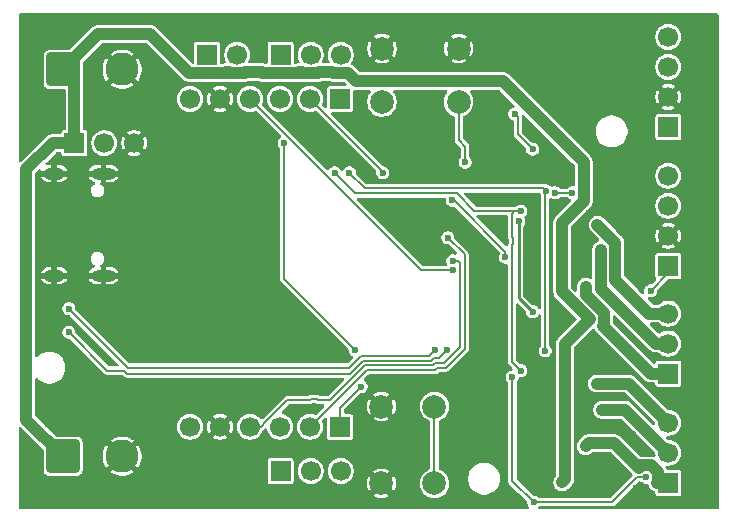
<source format=gbr>
%TF.GenerationSoftware,KiCad,Pcbnew,9.0.3*%
%TF.CreationDate,2025-08-10T23:57:32-04:00*%
%TF.ProjectId,Hydra_Driver,48796472-615f-4447-9269-7665722e6b69,rev?*%
%TF.SameCoordinates,Original*%
%TF.FileFunction,Copper,L2,Bot*%
%TF.FilePolarity,Positive*%
%FSLAX46Y46*%
G04 Gerber Fmt 4.6, Leading zero omitted, Abs format (unit mm)*
G04 Created by KiCad (PCBNEW 9.0.3) date 2025-08-10 23:57:32*
%MOMM*%
%LPD*%
G01*
G04 APERTURE LIST*
G04 Aperture macros list*
%AMRoundRect*
0 Rectangle with rounded corners*
0 $1 Rounding radius*
0 $2 $3 $4 $5 $6 $7 $8 $9 X,Y pos of 4 corners*
0 Add a 4 corners polygon primitive as box body*
4,1,4,$2,$3,$4,$5,$6,$7,$8,$9,$2,$3,0*
0 Add four circle primitives for the rounded corners*
1,1,$1+$1,$2,$3*
1,1,$1+$1,$4,$5*
1,1,$1+$1,$6,$7*
1,1,$1+$1,$8,$9*
0 Add four rect primitives between the rounded corners*
20,1,$1+$1,$2,$3,$4,$5,0*
20,1,$1+$1,$4,$5,$6,$7,0*
20,1,$1+$1,$6,$7,$8,$9,0*
20,1,$1+$1,$8,$9,$2,$3,0*%
G04 Aperture macros list end*
%TA.AperFunction,ComponentPad*%
%ADD10R,1.700000X1.700000*%
%TD*%
%TA.AperFunction,ComponentPad*%
%ADD11C,1.700000*%
%TD*%
%TA.AperFunction,ComponentPad*%
%ADD12RoundRect,0.250001X-1.149999X-1.149999X1.149999X-1.149999X1.149999X1.149999X-1.149999X1.149999X0*%
%TD*%
%TA.AperFunction,ComponentPad*%
%ADD13C,2.800000*%
%TD*%
%TA.AperFunction,ComponentPad*%
%ADD14O,2.100000X1.000000*%
%TD*%
%TA.AperFunction,ComponentPad*%
%ADD15O,1.800000X1.000000*%
%TD*%
%TA.AperFunction,ComponentPad*%
%ADD16C,2.000000*%
%TD*%
%TA.AperFunction,ViaPad*%
%ADD17C,0.600000*%
%TD*%
%TA.AperFunction,ViaPad*%
%ADD18C,0.800000*%
%TD*%
%TA.AperFunction,Conductor*%
%ADD19C,0.200000*%
%TD*%
%TA.AperFunction,Conductor*%
%ADD20C,0.250000*%
%TD*%
%TA.AperFunction,Conductor*%
%ADD21C,1.000000*%
%TD*%
G04 APERTURE END LIST*
D10*
%TO.P,J10,1,Pin_1*%
%TO.N,/LOOP2*%
X22170000Y-3500000D03*
D11*
%TO.P,J10,2,Pin_2*%
%TO.N,/CLK*%
X24710000Y-3500000D03*
%TO.P,J10,3,Pin_3*%
%TO.N,/CS*%
X27250000Y-3500000D03*
%TD*%
D12*
%TO.P,J2,1,Pin_1*%
%TO.N,VMOT*%
X3750000Y-37500000D03*
D13*
%TO.P,J2,2,Pin_2*%
%TO.N,GND*%
X8750000Y-37500000D03*
%TD*%
D10*
%TO.P,J4,1,Pin_1*%
%TO.N,/LOOP1*%
X22170000Y-38750000D03*
D11*
%TO.P,J4,2,Pin_2*%
%TO.N,/CLK*%
X24710000Y-38750000D03*
%TO.P,J4,3,Pin_3*%
%TO.N,/CS*%
X27250000Y-38750000D03*
%TD*%
D14*
%TO.P,J1,SH1,SHELL_GND*%
%TO.N,GND*%
X7180000Y-13570000D03*
%TO.P,J1,SH2,SHELL_GND__1*%
X7180000Y-22210000D03*
D15*
%TO.P,J1,SH3,SHELL_GND__2*%
X3000000Y-13570000D03*
%TO.P,J1,SH4,SHELL_GND__3*%
X3000000Y-22210000D03*
%TD*%
D16*
%TO.P,SW2,1,A*%
%TO.N,GND*%
X30700000Y-39800000D03*
X30700000Y-33300000D03*
%TO.P,SW2,2,B*%
%TO.N,/CHIP_PU*%
X35200000Y-39800000D03*
X35200000Y-33300000D03*
%TD*%
%TO.P,SW1,1,A*%
%TO.N,GND*%
X30750000Y-3000000D03*
X37250000Y-3000000D03*
%TO.P,SW1,2,B*%
%TO.N,/GPIO0*%
X30750000Y-7500000D03*
X37250000Y-7500000D03*
%TD*%
D12*
%TO.P,J13,1,Pin_1*%
%TO.N,VMOT*%
X3750000Y-4750000D03*
D13*
%TO.P,J13,2,Pin_2*%
%TO.N,GND*%
X8750000Y-4750000D03*
%TD*%
D10*
%TO.P,J8,1,Pin_1*%
%TO.N,VMOT*%
X4710000Y-11000000D03*
D11*
%TO.P,J8,2,Pin_2*%
%TO.N,+5V*%
X7250000Y-11000000D03*
%TO.P,J8,3,Pin_3*%
%TO.N,GND*%
X9790000Y-11000000D03*
%TD*%
D10*
%TO.P,J7,1,Pin_1*%
%TO.N,/LOOP1*%
X15960000Y-3500000D03*
D11*
%TO.P,J7,2,Pin_2*%
%TO.N,/LOOP2*%
X18500000Y-3500000D03*
%TD*%
D10*
%TO.P,J11,1,Pin_1*%
%TO.N,+3.3V*%
X55000000Y-21370000D03*
D11*
%TO.P,J11,2,Pin_2*%
%TO.N,GND*%
X55000000Y-18830000D03*
%TO.P,J11,3,Pin_3*%
%TO.N,/SDA1*%
X55000000Y-16290000D03*
%TO.P,J11,4,Pin_4*%
%TO.N,/SCL1*%
X55000000Y-13750000D03*
%TD*%
D10*
%TO.P,J6,1,Pin_1*%
%TO.N,/OUT1A*%
X55000000Y-39750000D03*
D11*
%TO.P,J6,2,Pin_2*%
%TO.N,/OUT2A*%
X55000000Y-37210000D03*
%TO.P,J6,3,Pin_3*%
%TO.N,/OUT3A*%
X55000000Y-34670000D03*
%TD*%
D10*
%TO.P,J12,1,Pin_1*%
%TO.N,/OUT1B*%
X55000000Y-30500000D03*
D11*
%TO.P,J12,2,Pin_2*%
%TO.N,/OUT2B*%
X55000000Y-27960000D03*
%TO.P,J12,3,Pin_3*%
%TO.N,/OUT3B*%
X55000000Y-25420000D03*
%TD*%
D10*
%TO.P,J5,1,Pin_1*%
%TO.N,+3.3V*%
X55000000Y-9620000D03*
D11*
%TO.P,J5,2,Pin_2*%
%TO.N,GND*%
X55000000Y-7080000D03*
%TO.P,J5,3,Pin_3*%
%TO.N,/SDA2*%
X55000000Y-4540000D03*
%TO.P,J5,4,Pin_4*%
%TO.N,/SCL2*%
X55000000Y-2000000D03*
%TD*%
D10*
%TO.P,J3,1,Pin_1*%
%TO.N,/CS*%
X27200000Y-35000000D03*
D11*
%TO.P,J3,2,Pin_2*%
%TO.N,/CLK*%
X24660000Y-35000000D03*
%TO.P,J3,3,Pin_3*%
%TO.N,/LOOP1*%
X22120000Y-35000000D03*
%TO.P,J3,4,Pin_4*%
%TO.N,/MOSI*%
X19580000Y-35000000D03*
%TO.P,J3,5,Pin_5*%
%TO.N,GND*%
X17040000Y-35000000D03*
%TO.P,J3,6,Pin_6*%
%TO.N,+5V*%
X14500000Y-35000000D03*
%TD*%
D10*
%TO.P,J9,1,Pin_1*%
%TO.N,/CS*%
X27200000Y-7250000D03*
D11*
%TO.P,J9,2,Pin_2*%
%TO.N,/CLK*%
X24660000Y-7250000D03*
%TO.P,J9,3,Pin_3*%
%TO.N,/LOOP2*%
X22120000Y-7250000D03*
%TO.P,J9,4,Pin_4*%
%TO.N,/MISO*%
X19580000Y-7250000D03*
%TO.P,J9,5,Pin_5*%
%TO.N,GND*%
X17040000Y-7250000D03*
%TO.P,J9,6,Pin_6*%
%TO.N,+5V*%
X14500000Y-7250000D03*
%TD*%
D17*
%TO.N,GND*%
X51987893Y-35612107D03*
X47400000Y-7800000D03*
X41200735Y-8091215D03*
X41500000Y-1000000D03*
X11002000Y-17626033D03*
X45500000Y-12250000D03*
X49250000Y-37400000D03*
X51600000Y-16200000D03*
X5114013Y-23100000D03*
X38600000Y-35800000D03*
X52150015Y-21670545D03*
X50200000Y-13600000D03*
X51000000Y-15000000D03*
X52200000Y-36400000D03*
X44370000Y-1070000D03*
X11000000Y-26000000D03*
X43968191Y-24500000D03*
X8800000Y-21400000D03*
X15000000Y-12000000D03*
X52250000Y-40210000D03*
X6600000Y-30400000D03*
X40802000Y-32402527D03*
X16000000Y-39500000D03*
X43783564Y-37800402D03*
X19754866Y-23500000D03*
X48250000Y-16900000D03*
X5000000Y-28800000D03*
X52200000Y-22600000D03*
X14750000Y-27750000D03*
X47400000Y-5800000D03*
X41242521Y-19291477D03*
X15250000Y-20250000D03*
X8800000Y-14400000D03*
X10200000Y-20400000D03*
X54000000Y-26420000D03*
X51792893Y-30207107D03*
X19836148Y-16750000D03*
X53184864Y-22764682D03*
X24250000Y-31500000D03*
X48500000Y-30150000D03*
X51600000Y-1200000D03*
X45500000Y-25500000D03*
%TO.N,+3.3V*%
X43600000Y-41400000D03*
X41985345Y-8521037D03*
X46852456Y-15190000D03*
X43500000Y-25250000D03*
X41800000Y-30800000D03*
X53117893Y-39282107D03*
X45407697Y-15187720D03*
X43500000Y-11500000D03*
X53500000Y-23500000D03*
X42350000Y-17599998D03*
D18*
%TO.N,VMOT*%
X48355727Y-25904617D03*
X47500000Y-12250000D03*
X46250000Y-28000000D03*
X46000000Y-39699000D03*
D17*
%TO.N,/GPIO0*%
X37800000Y-12600000D03*
D18*
%TO.N,/OUT3A*%
X48932087Y-31354478D03*
D17*
%TO.N,/RESET*%
X28000000Y-13500000D03*
X44624265Y-15025735D03*
X44568191Y-28590786D03*
D18*
%TO.N,/OUT2A*%
X49390000Y-33568332D03*
%TO.N,/OUT1A*%
X48000000Y-36650000D03*
D17*
%TO.N,/SLEEP*%
X26750000Y-13500000D03*
X42500000Y-16750000D03*
X42500000Y-30250000D03*
D18*
%TO.N,/OUT1B*%
X48000000Y-23150000D03*
%TO.N,/OUT2B*%
X49314654Y-20014605D03*
%TO.N,/OUT3B*%
X49000000Y-17900000D03*
D17*
%TO.N,/MISO*%
X36750000Y-21750000D03*
%TO.N,/D+*%
X4250000Y-27000000D03*
X36250000Y-28500000D03*
%TO.N,/MOSI*%
X36748963Y-20949443D03*
%TO.N,/CS*%
X28500000Y-28500000D03*
X22481471Y-11000000D03*
X29000000Y-31600000D03*
%TO.N,/D-*%
X4250000Y-25000000D03*
X35250000Y-28500000D03*
%TO.N,/CLK*%
X30837405Y-13497749D03*
X36334483Y-18994827D03*
%TO.N,/EN3B*%
X41204000Y-20650000D03*
X36698439Y-15826482D03*
%TD*%
D19*
%TO.N,+3.3V*%
X42250000Y-10250000D02*
X43500000Y-11500000D01*
X46817456Y-15225000D02*
X45444977Y-15225000D01*
X43600000Y-41400000D02*
X41800000Y-39600000D01*
X41985345Y-8521037D02*
X42250000Y-8785692D01*
X43600000Y-41400000D02*
X50210057Y-41400000D01*
X50210057Y-41400000D02*
X52327950Y-39282107D01*
X41800000Y-39600000D02*
X41800000Y-30800000D01*
D20*
X43500000Y-25250000D02*
X42350000Y-24100000D01*
D19*
X45444977Y-15225000D02*
X45407697Y-15187720D01*
X55000000Y-21370000D02*
X55000000Y-22000000D01*
D20*
X42350000Y-24100000D02*
X42350000Y-17599998D01*
D19*
X46852456Y-15190000D02*
X46817456Y-15225000D01*
X55000000Y-22000000D02*
X53500000Y-23500000D01*
X42250000Y-8785692D02*
X42250000Y-10250000D01*
X52327950Y-39282107D02*
X53117893Y-39282107D01*
D21*
%TO.N,VMOT*%
X47853456Y-15880916D02*
X46000000Y-17734372D01*
X649000Y-13211000D02*
X649000Y-34399000D01*
X46250000Y-39449000D02*
X46000000Y-39699000D01*
X47500000Y-12250000D02*
X47853456Y-12603456D01*
X17857554Y-5051000D02*
X19142446Y-5051000D01*
X17511000Y-5000000D02*
X17806554Y-5000000D01*
X2860000Y-11000000D02*
X649000Y-13211000D01*
X14409000Y-5051000D02*
X17511000Y-5051000D01*
X20619000Y-5000000D02*
X20619000Y-5051000D01*
X17806554Y-5000000D02*
X17857554Y-5051000D01*
X28591446Y-5750000D02*
X41015628Y-5750000D01*
X48355727Y-25904617D02*
X48345383Y-25904617D01*
X24016554Y-5000000D02*
X24067554Y-5051000D01*
X24067554Y-5051000D02*
X25352446Y-5051000D01*
X23721000Y-5000000D02*
X24016554Y-5000000D01*
X4710000Y-5710000D02*
X3750000Y-4750000D01*
X14409000Y-5000000D02*
X14409000Y-5051000D01*
X20619000Y-5051000D02*
X23721000Y-5051000D01*
X46000000Y-17734372D02*
X46000000Y-23548890D01*
X3750000Y-4750000D02*
X6750000Y-1750000D01*
X46250000Y-28000000D02*
X46250000Y-39449000D01*
X26607554Y-5051000D02*
X27892446Y-5051000D01*
X19193446Y-5000000D02*
X20619000Y-5000000D01*
X23721000Y-5051000D02*
X23721000Y-5000000D01*
X47500000Y-12234372D02*
X47500000Y-12250000D01*
X27892446Y-5051000D02*
X28591446Y-5750000D01*
X46000000Y-23548890D02*
X48355727Y-25904617D01*
X17511000Y-5051000D02*
X17511000Y-5000000D01*
X19142446Y-5051000D02*
X19193446Y-5000000D01*
X4710000Y-11000000D02*
X2860000Y-11000000D01*
X649000Y-34399000D02*
X3750000Y-37500000D01*
X48345383Y-25904617D02*
X46250000Y-28000000D01*
X14358000Y-5000000D02*
X14409000Y-5000000D01*
X25352446Y-5051000D02*
X25403446Y-5000000D01*
X25403446Y-5000000D02*
X26556554Y-5000000D01*
X41015628Y-5750000D02*
X47500000Y-12234372D01*
X26556554Y-5000000D02*
X26607554Y-5051000D01*
X11108000Y-1750000D02*
X14358000Y-5000000D01*
X47853456Y-12603456D02*
X47853456Y-15880916D01*
X4710000Y-11000000D02*
X4710000Y-5710000D01*
X6750000Y-1750000D02*
X11108000Y-1750000D01*
D19*
%TO.N,/GPIO0*%
X37800000Y-12600000D02*
X37800000Y-11300000D01*
X37250000Y-10750000D02*
X37250000Y-7500000D01*
X37800000Y-11300000D02*
X37250000Y-10750000D01*
%TO.N,/CHIP_PU*%
X35200000Y-33300000D02*
X35200000Y-39800000D01*
D21*
%TO.N,/OUT3A*%
X55000000Y-34670000D02*
X51684478Y-31354478D01*
X51684478Y-31354478D02*
X48932087Y-31354478D01*
D19*
%TO.N,/RESET*%
X44568191Y-15081809D02*
X44568191Y-28590786D01*
X28000000Y-13500000D02*
X29324482Y-14824482D01*
X44423012Y-14824482D02*
X44624265Y-15025735D01*
X29324482Y-14824482D02*
X44423012Y-14824482D01*
X44624265Y-15025735D02*
X44568191Y-15081809D01*
D21*
%TO.N,/OUT2A*%
X55000000Y-37210000D02*
X51358332Y-33568332D01*
X51358332Y-33568332D02*
X49390000Y-33568332D01*
%TO.N,/OUT1A*%
X53532521Y-38281107D02*
X52703265Y-38281107D01*
X48251000Y-36399000D02*
X48000000Y-36650000D01*
X54118893Y-38867479D02*
X53532521Y-38281107D01*
X54118893Y-39696735D02*
X54118893Y-38867479D01*
X50399000Y-36399000D02*
X48251000Y-36399000D01*
X52703265Y-38281107D02*
X52503265Y-38481107D01*
X52481107Y-38481107D02*
X50399000Y-36399000D01*
X54065628Y-39750000D02*
X54118893Y-39696735D01*
X55000000Y-39750000D02*
X54065628Y-39750000D01*
X52503265Y-38481107D02*
X52481107Y-38481107D01*
D19*
%TO.N,/SLEEP*%
X36449496Y-15225482D02*
X36424978Y-15250000D01*
X36971900Y-15250000D02*
X36947382Y-15225482D01*
X28500000Y-15250000D02*
X26750000Y-13500000D01*
X42500000Y-16750000D02*
X41973457Y-16750000D01*
X41750000Y-20346057D02*
X41805000Y-20401057D01*
X36424978Y-15250000D02*
X28500000Y-15250000D01*
X41750000Y-20953943D02*
X41750000Y-29500000D01*
X41750000Y-16973457D02*
X41750000Y-18949013D01*
X41750000Y-18949013D02*
X41843521Y-19042534D01*
X41750000Y-19633941D02*
X41750000Y-20346057D01*
X41750000Y-29500000D02*
X42500000Y-30250000D01*
X42500000Y-16750000D02*
X42473457Y-16723457D01*
X41973457Y-16750000D02*
X41750000Y-16973457D01*
X41843521Y-19540420D02*
X41750000Y-19633941D01*
X41805000Y-20898943D02*
X41750000Y-20953943D01*
X42473457Y-16723457D02*
X38573400Y-16723457D01*
X41805000Y-20401057D02*
X41805000Y-20898943D01*
X38573400Y-16723457D02*
X37099943Y-15250000D01*
X37099943Y-15250000D02*
X36971900Y-15250000D01*
X41843521Y-19042534D02*
X41843521Y-19540420D01*
X36947382Y-15225482D02*
X36449496Y-15225482D01*
D21*
%TO.N,/OUT1B*%
X49556726Y-26402088D02*
X49479407Y-26479407D01*
X49479407Y-26479407D02*
X53500000Y-30500000D01*
X48000000Y-23850420D02*
X49556726Y-25407146D01*
X49556726Y-25407146D02*
X49556726Y-26402088D01*
X53500000Y-30500000D02*
X55000000Y-30500000D01*
X48000000Y-23150000D02*
X48000000Y-23850420D01*
%TO.N,/OUT2B*%
X49314654Y-23314654D02*
X49314654Y-20014605D01*
X55000000Y-27960000D02*
X53960000Y-27960000D01*
X53960000Y-27960000D02*
X49314654Y-23314654D01*
%TO.N,/OUT3B*%
X55000000Y-25420000D02*
X53384098Y-25420000D01*
X50515654Y-19415654D02*
X49000000Y-17900000D01*
X53384098Y-25420000D02*
X50515654Y-22551556D01*
X50515654Y-22551556D02*
X50515654Y-19415654D01*
D19*
%TO.N,/MISO*%
X34080000Y-21750000D02*
X19580000Y-7250000D01*
X36750000Y-21750000D02*
X34080000Y-21750000D01*
%TO.N,/D+*%
X36250000Y-28500000D02*
X35550000Y-29200000D01*
X8932900Y-30250000D02*
X7500000Y-30250000D01*
X9182900Y-30500000D02*
X8932900Y-30250000D01*
X35550000Y-29200000D02*
X35117100Y-29200000D01*
X35117100Y-29200000D02*
X34917100Y-29400000D01*
X7500000Y-30250000D02*
X4250000Y-27000000D01*
X28025800Y-30500000D02*
X9182900Y-30500000D01*
X34917100Y-29400000D02*
X29125800Y-29400000D01*
X29125800Y-29400000D02*
X28025800Y-30500000D01*
%TO.N,/MOSI*%
X20500000Y-35000000D02*
X19580000Y-35000000D01*
X37351000Y-28248943D02*
X35999943Y-29600000D01*
X22750000Y-32750000D02*
X21651000Y-33849000D01*
X24751057Y-32648000D02*
X24649057Y-32750000D01*
X35083200Y-29801000D02*
X34885200Y-29801000D01*
X26342900Y-32750000D02*
X25350943Y-32750000D01*
X34885200Y-29801000D02*
X34884200Y-29800000D01*
X34884200Y-29800000D02*
X33552000Y-29800000D01*
X35716100Y-29601000D02*
X35283200Y-29601000D01*
X37351000Y-21101000D02*
X37351000Y-28248943D01*
X36748963Y-20949443D02*
X37199443Y-20949443D01*
X25248943Y-32648000D02*
X24751057Y-32648000D01*
X29291900Y-29801000D02*
X26342900Y-32750000D01*
X33551000Y-29801000D02*
X29291900Y-29801000D01*
X35717100Y-29600000D02*
X35716100Y-29601000D01*
X20969000Y-34523240D02*
X20969000Y-34531000D01*
X33552000Y-29800000D02*
X33551000Y-29801000D01*
X25350943Y-32750000D02*
X25248943Y-32648000D01*
X20969000Y-34531000D02*
X20500000Y-35000000D01*
X21643240Y-33849000D02*
X20969000Y-34523240D01*
X21651000Y-33849000D02*
X21643240Y-33849000D01*
X24649057Y-32750000D02*
X22750000Y-32750000D01*
X37199443Y-20949443D02*
X37351000Y-21101000D01*
X35283200Y-29601000D02*
X35083200Y-29801000D01*
X35999943Y-29600000D02*
X35717100Y-29600000D01*
%TO.N,/CS*%
X29000000Y-31600000D02*
X27200000Y-33400000D01*
X22481471Y-22481471D02*
X28500000Y-28500000D01*
X22481471Y-11000000D02*
X22481471Y-22481471D01*
X27200000Y-33400000D02*
X27200000Y-35000000D01*
%TO.N,/D-*%
X27958700Y-30000000D02*
X9250000Y-30000000D01*
X34750000Y-29000000D02*
X28958700Y-29000000D01*
X9250000Y-30000000D02*
X4250000Y-25000000D01*
X35250000Y-28500000D02*
X34750000Y-29000000D01*
X28958700Y-29000000D02*
X27958700Y-30000000D01*
%TO.N,/CLK*%
X37752000Y-20412344D02*
X36334483Y-18994827D01*
X30837405Y-13427405D02*
X24660000Y-7250000D01*
X35882200Y-30002000D02*
X35883200Y-30001000D01*
X30837405Y-13497749D02*
X30837405Y-13427405D01*
X34718100Y-30201000D02*
X34719100Y-30202000D01*
X24660000Y-35000000D02*
X29458000Y-30202000D01*
X33717100Y-30202000D02*
X33718100Y-30201000D01*
X35249300Y-30202000D02*
X35449300Y-30002000D01*
X35883200Y-30001000D02*
X36166043Y-30001000D01*
X29458000Y-30202000D02*
X33717100Y-30202000D01*
X34719100Y-30202000D02*
X35249300Y-30202000D01*
X33718100Y-30201000D02*
X34718100Y-30201000D01*
X37752000Y-28415043D02*
X37752000Y-20412344D01*
X35449300Y-30002000D02*
X35882200Y-30002000D01*
X36166043Y-30001000D02*
X37752000Y-28415043D01*
%TO.N,/EN3B*%
X36826482Y-15826482D02*
X41204000Y-20204000D01*
X41204000Y-20204000D02*
X41204000Y-20650000D01*
X36698439Y-15826482D02*
X36826482Y-15826482D01*
%TD*%
%TA.AperFunction,Conductor*%
%TO.N,GND*%
G36*
X10812809Y-2520185D02*
G01*
X10833451Y-2536819D01*
X13883905Y-5587274D01*
X13883925Y-5587292D01*
X13930580Y-5633948D01*
X13930584Y-5633951D01*
X14053498Y-5716080D01*
X14053511Y-5716087D01*
X14190082Y-5772656D01*
X14190087Y-5772658D01*
X14190091Y-5772658D01*
X14190092Y-5772659D01*
X14335079Y-5801500D01*
X14335082Y-5801500D01*
X17584919Y-5801500D01*
X17599975Y-5798504D01*
X17660087Y-5786547D01*
X17708467Y-5786547D01*
X17768578Y-5798504D01*
X17783635Y-5801500D01*
X17783636Y-5801500D01*
X19216366Y-5801500D01*
X19315727Y-5781735D01*
X19361359Y-5772658D01*
X19392065Y-5759938D01*
X19439518Y-5750500D01*
X20321928Y-5750500D01*
X20369380Y-5759938D01*
X20400087Y-5772658D01*
X20400091Y-5772658D01*
X20400092Y-5772659D01*
X20545079Y-5801500D01*
X20545082Y-5801500D01*
X23794919Y-5801500D01*
X23809975Y-5798504D01*
X23870087Y-5786547D01*
X23918467Y-5786547D01*
X23978578Y-5798504D01*
X23993635Y-5801500D01*
X23993636Y-5801500D01*
X25426366Y-5801500D01*
X25525727Y-5781735D01*
X25571359Y-5772658D01*
X25602065Y-5759938D01*
X25649518Y-5750500D01*
X26310482Y-5750500D01*
X26357934Y-5759938D01*
X26388641Y-5772658D01*
X26388645Y-5772658D01*
X26388646Y-5772659D01*
X26533633Y-5801500D01*
X26533636Y-5801500D01*
X26533637Y-5801500D01*
X26681471Y-5801500D01*
X27530216Y-5801500D01*
X27559656Y-5810144D01*
X27589643Y-5816668D01*
X27594658Y-5820422D01*
X27597255Y-5821185D01*
X27617897Y-5837819D01*
X27717897Y-5937819D01*
X27751382Y-5999142D01*
X27746398Y-6068834D01*
X27704526Y-6124767D01*
X27639062Y-6149184D01*
X27630216Y-6149500D01*
X26325323Y-6149500D01*
X26252264Y-6164032D01*
X26252260Y-6164033D01*
X26169399Y-6219399D01*
X26114033Y-6302260D01*
X26114032Y-6302264D01*
X26099500Y-6375321D01*
X26099500Y-7894456D01*
X26079815Y-7961495D01*
X26027011Y-8007250D01*
X25957853Y-8017194D01*
X25894297Y-7988169D01*
X25887819Y-7982137D01*
X25708652Y-7802970D01*
X25675167Y-7741647D01*
X25678402Y-7676971D01*
X25683027Y-7662737D01*
X25733402Y-7507701D01*
X25760500Y-7336611D01*
X25760500Y-7163389D01*
X25733402Y-6992299D01*
X25679873Y-6827555D01*
X25601232Y-6673212D01*
X25499414Y-6533072D01*
X25376928Y-6410586D01*
X25236788Y-6308768D01*
X25082445Y-6230127D01*
X24917701Y-6176598D01*
X24917699Y-6176597D01*
X24917698Y-6176597D01*
X24786271Y-6155781D01*
X24746611Y-6149500D01*
X24573389Y-6149500D01*
X24533728Y-6155781D01*
X24402302Y-6176597D01*
X24237552Y-6230128D01*
X24083211Y-6308768D01*
X24003256Y-6366859D01*
X23943072Y-6410586D01*
X23943070Y-6410588D01*
X23943069Y-6410588D01*
X23820588Y-6533069D01*
X23820588Y-6533070D01*
X23820586Y-6533072D01*
X23798460Y-6563526D01*
X23718768Y-6673211D01*
X23640128Y-6827552D01*
X23586597Y-6992302D01*
X23559500Y-7163389D01*
X23559500Y-7336610D01*
X23585735Y-7502257D01*
X23586598Y-7507701D01*
X23640127Y-7672445D01*
X23718768Y-7826788D01*
X23820586Y-7966928D01*
X23943072Y-8089414D01*
X24083212Y-8191232D01*
X24237555Y-8269873D01*
X24402299Y-8323402D01*
X24573389Y-8350500D01*
X24573390Y-8350500D01*
X24746610Y-8350500D01*
X24746611Y-8350500D01*
X24917701Y-8323402D01*
X25082445Y-8269873D01*
X25082447Y-8269871D01*
X25086971Y-8268402D01*
X25156812Y-8266407D01*
X25212970Y-8298652D01*
X30250586Y-13336268D01*
X30284071Y-13397591D01*
X30286905Y-13423949D01*
X30286905Y-13425274D01*
X30286905Y-13570224D01*
X30311869Y-13663389D01*
X30324422Y-13710237D01*
X30396893Y-13835760D01*
X30396895Y-13835762D01*
X30396896Y-13835764D01*
X30499390Y-13938258D01*
X30499391Y-13938259D01*
X30499393Y-13938260D01*
X30624916Y-14010731D01*
X30624917Y-14010731D01*
X30624920Y-14010733D01*
X30764930Y-14048249D01*
X30764933Y-14048249D01*
X30909877Y-14048249D01*
X30909880Y-14048249D01*
X31049890Y-14010733D01*
X31175420Y-13938258D01*
X31277914Y-13835764D01*
X31350389Y-13710234D01*
X31387905Y-13570224D01*
X31387905Y-13425274D01*
X31350389Y-13285264D01*
X31344047Y-13274280D01*
X31277916Y-13159737D01*
X31277911Y-13159731D01*
X31175422Y-13057242D01*
X31175416Y-13057237D01*
X31049893Y-12984766D01*
X31049894Y-12984766D01*
X31038411Y-12981689D01*
X30909880Y-12947249D01*
X30909877Y-12947249D01*
X30904293Y-12947249D01*
X30837254Y-12927564D01*
X30816612Y-12910930D01*
X26467863Y-8562181D01*
X26434378Y-8500858D01*
X26439362Y-8431166D01*
X26481234Y-8375233D01*
X26546698Y-8350816D01*
X26555544Y-8350500D01*
X28074676Y-8350500D01*
X28074677Y-8350499D01*
X28147740Y-8335966D01*
X28230601Y-8280601D01*
X28285966Y-8197740D01*
X28300500Y-8124674D01*
X28300500Y-6608424D01*
X28320185Y-6541385D01*
X28372989Y-6495630D01*
X28442147Y-6485686D01*
X28448673Y-6486803D01*
X28498851Y-6496784D01*
X28517527Y-6500500D01*
X28517528Y-6500500D01*
X28665363Y-6500500D01*
X29687113Y-6500500D01*
X29754152Y-6520185D01*
X29799907Y-6572989D01*
X29809851Y-6642147D01*
X29787432Y-6697383D01*
X29766317Y-6726446D01*
X29680476Y-6844594D01*
X29591117Y-7019970D01*
X29530290Y-7207173D01*
X29499500Y-7401577D01*
X29499500Y-7598422D01*
X29530290Y-7792826D01*
X29591117Y-7980029D01*
X29646852Y-8089414D01*
X29680476Y-8155405D01*
X29796172Y-8314646D01*
X29935354Y-8453828D01*
X30094595Y-8569524D01*
X30150110Y-8597810D01*
X30269970Y-8658882D01*
X30269972Y-8658882D01*
X30269975Y-8658884D01*
X30343436Y-8682753D01*
X30457173Y-8719709D01*
X30651578Y-8750500D01*
X30651583Y-8750500D01*
X30848422Y-8750500D01*
X31042826Y-8719709D01*
X31100501Y-8700969D01*
X31230025Y-8658884D01*
X31405405Y-8569524D01*
X31564646Y-8453828D01*
X31703828Y-8314646D01*
X31819524Y-8155405D01*
X31908884Y-7980025D01*
X31969709Y-7792826D01*
X31981889Y-7715925D01*
X32000500Y-7598422D01*
X32000500Y-7401577D01*
X31969709Y-7207173D01*
X31908882Y-7019970D01*
X31841134Y-6887007D01*
X31819524Y-6844595D01*
X31712568Y-6697383D01*
X31689089Y-6631580D01*
X31704914Y-6563526D01*
X31755020Y-6514831D01*
X31812887Y-6500500D01*
X36187113Y-6500500D01*
X36254152Y-6520185D01*
X36299907Y-6572989D01*
X36309851Y-6642147D01*
X36287432Y-6697383D01*
X36266317Y-6726446D01*
X36180476Y-6844594D01*
X36091117Y-7019970D01*
X36030290Y-7207173D01*
X35999500Y-7401577D01*
X35999500Y-7598422D01*
X36030290Y-7792826D01*
X36091117Y-7980029D01*
X36146852Y-8089414D01*
X36180476Y-8155405D01*
X36296172Y-8314646D01*
X36435354Y-8453828D01*
X36594595Y-8569524D01*
X36769973Y-8658883D01*
X36769974Y-8658883D01*
X36769975Y-8658884D01*
X36813818Y-8673129D01*
X36871492Y-8712565D01*
X36898692Y-8776923D01*
X36899500Y-8791060D01*
X36899500Y-10796144D01*
X36902411Y-10807007D01*
X36912702Y-10845413D01*
X36912702Y-10845414D01*
X36923385Y-10885286D01*
X36969527Y-10965208D01*
X36969531Y-10965213D01*
X37413181Y-11408863D01*
X37446666Y-11470186D01*
X37449500Y-11496544D01*
X37449500Y-12120614D01*
X37429815Y-12187653D01*
X37413181Y-12208295D01*
X37359493Y-12261982D01*
X37359488Y-12261988D01*
X37287017Y-12387511D01*
X37287016Y-12387515D01*
X37249500Y-12527525D01*
X37249500Y-12672475D01*
X37282768Y-12796632D01*
X37287017Y-12812488D01*
X37359488Y-12938011D01*
X37359490Y-12938013D01*
X37359491Y-12938015D01*
X37461985Y-13040509D01*
X37461986Y-13040510D01*
X37461988Y-13040511D01*
X37587511Y-13112982D01*
X37587512Y-13112982D01*
X37587515Y-13112984D01*
X37727525Y-13150500D01*
X37727528Y-13150500D01*
X37872472Y-13150500D01*
X37872475Y-13150500D01*
X38012485Y-13112984D01*
X38138015Y-13040509D01*
X38240509Y-12938015D01*
X38312984Y-12812485D01*
X38350500Y-12672475D01*
X38350500Y-12527525D01*
X38312984Y-12387515D01*
X38311265Y-12384538D01*
X38240511Y-12261988D01*
X38240506Y-12261982D01*
X38186819Y-12208295D01*
X38153334Y-12146972D01*
X38150500Y-12120614D01*
X38150500Y-11253858D01*
X38150500Y-11253856D01*
X38126614Y-11164712D01*
X38104721Y-11126793D01*
X38104721Y-11126792D01*
X38104719Y-11126790D01*
X38080471Y-11084790D01*
X38080467Y-11084785D01*
X37636819Y-10641137D01*
X37603334Y-10579814D01*
X37600500Y-10553456D01*
X37600500Y-8791060D01*
X37620185Y-8724021D01*
X37672989Y-8678266D01*
X37686172Y-8673132D01*
X37730025Y-8658884D01*
X37905405Y-8569524D01*
X38064646Y-8453828D01*
X38203828Y-8314646D01*
X38319524Y-8155405D01*
X38408884Y-7980025D01*
X38469709Y-7792826D01*
X38481889Y-7715925D01*
X38500500Y-7598422D01*
X38500500Y-7401577D01*
X38469709Y-7207173D01*
X38408882Y-7019970D01*
X38341134Y-6887007D01*
X38319524Y-6844595D01*
X38212568Y-6697383D01*
X38189089Y-6631580D01*
X38204914Y-6563526D01*
X38255020Y-6514831D01*
X38312887Y-6500500D01*
X40653398Y-6500500D01*
X40720437Y-6520185D01*
X40741079Y-6536819D01*
X41967577Y-7763317D01*
X42001062Y-7824640D01*
X41996078Y-7894332D01*
X41954206Y-7950265D01*
X41911990Y-7970772D01*
X41809347Y-7998276D01*
X41772856Y-8008054D01*
X41647333Y-8080525D01*
X41647327Y-8080530D01*
X41544838Y-8183019D01*
X41544833Y-8183025D01*
X41472362Y-8308548D01*
X41472361Y-8308552D01*
X41434845Y-8448562D01*
X41434845Y-8593512D01*
X41466746Y-8712565D01*
X41472362Y-8733525D01*
X41544833Y-8859048D01*
X41544835Y-8859050D01*
X41544836Y-8859052D01*
X41647330Y-8961546D01*
X41647331Y-8961547D01*
X41647333Y-8961548D01*
X41772856Y-9034019D01*
X41772857Y-9034019D01*
X41772860Y-9034021D01*
X41807594Y-9043328D01*
X41867253Y-9079691D01*
X41897783Y-9142538D01*
X41899500Y-9163102D01*
X41899500Y-10296144D01*
X41904885Y-10316239D01*
X41919424Y-10370500D01*
X41919424Y-10370502D01*
X41923385Y-10385287D01*
X41969527Y-10465208D01*
X41969531Y-10465213D01*
X42913181Y-11408863D01*
X42946666Y-11470186D01*
X42949500Y-11496544D01*
X42949500Y-11572475D01*
X42952250Y-11582737D01*
X42987017Y-11712488D01*
X43059488Y-11838011D01*
X43059490Y-11838013D01*
X43059491Y-11838015D01*
X43161985Y-11940509D01*
X43161986Y-11940510D01*
X43161988Y-11940511D01*
X43287511Y-12012982D01*
X43287512Y-12012982D01*
X43287515Y-12012984D01*
X43427525Y-12050500D01*
X43427528Y-12050500D01*
X43572472Y-12050500D01*
X43572475Y-12050500D01*
X43712485Y-12012984D01*
X43838015Y-11940509D01*
X43940509Y-11838015D01*
X44012984Y-11712485D01*
X44050500Y-11572475D01*
X44050500Y-11427525D01*
X44012984Y-11287515D01*
X44005705Y-11274908D01*
X43940511Y-11161988D01*
X43940506Y-11161982D01*
X43838017Y-11059493D01*
X43838011Y-11059488D01*
X43712488Y-10987017D01*
X43712489Y-10987017D01*
X43701006Y-10983940D01*
X43572475Y-10949500D01*
X43572472Y-10949500D01*
X43496544Y-10949500D01*
X43429505Y-10929815D01*
X43408863Y-10913181D01*
X42636819Y-10141137D01*
X42603334Y-10079814D01*
X42600500Y-10053456D01*
X42600500Y-8739550D01*
X42600499Y-8739546D01*
X42596339Y-8724021D01*
X42594615Y-8717584D01*
X42596277Y-8647736D01*
X42635438Y-8589873D01*
X42699666Y-8562368D01*
X42768569Y-8573954D01*
X42802070Y-8597810D01*
X46876942Y-12672682D01*
X46892363Y-12691472D01*
X46917048Y-12728416D01*
X47066638Y-12878005D01*
X47100122Y-12939326D01*
X47102956Y-12965685D01*
X47102956Y-14525602D01*
X47083271Y-14592641D01*
X47030467Y-14638396D01*
X46961309Y-14648340D01*
X46946867Y-14645377D01*
X46924931Y-14639500D01*
X46779981Y-14639500D01*
X46653944Y-14673272D01*
X46639967Y-14677017D01*
X46514444Y-14749488D01*
X46514438Y-14749493D01*
X46425751Y-14838181D01*
X46364428Y-14871666D01*
X46338070Y-14874500D01*
X45924363Y-14874500D01*
X45857324Y-14854815D01*
X45836682Y-14838181D01*
X45745714Y-14747213D01*
X45745708Y-14747208D01*
X45620185Y-14674737D01*
X45620186Y-14674737D01*
X45608703Y-14671660D01*
X45480172Y-14637220D01*
X45335222Y-14637220D01*
X45251216Y-14659729D01*
X45195210Y-14674736D01*
X45195207Y-14674738D01*
X45186678Y-14679662D01*
X45118777Y-14696129D01*
X45052752Y-14673272D01*
X45037005Y-14659951D01*
X44962282Y-14585228D01*
X44962276Y-14585223D01*
X44836753Y-14512752D01*
X44836754Y-14512752D01*
X44825271Y-14509675D01*
X44696740Y-14475235D01*
X44551790Y-14475235D01*
X44551786Y-14475235D01*
X44544899Y-14477081D01*
X44480722Y-14477081D01*
X44469156Y-14473982D01*
X44469155Y-14473982D01*
X29521025Y-14473982D01*
X29453986Y-14454297D01*
X29433344Y-14437663D01*
X28586819Y-13591137D01*
X28553334Y-13529814D01*
X28550500Y-13503456D01*
X28550500Y-13427527D01*
X28550500Y-13427525D01*
X28512984Y-13287515D01*
X28511684Y-13285264D01*
X28440511Y-13161988D01*
X28440506Y-13161982D01*
X28338017Y-13059493D01*
X28338011Y-13059488D01*
X28212488Y-12987017D01*
X28212489Y-12987017D01*
X28201006Y-12983940D01*
X28072475Y-12949500D01*
X27927525Y-12949500D01*
X27798993Y-12983940D01*
X27787511Y-12987017D01*
X27661988Y-13059488D01*
X27661982Y-13059493D01*
X27559493Y-13161982D01*
X27559488Y-13161988D01*
X27482952Y-13294553D01*
X27480212Y-13292971D01*
X27445719Y-13335774D01*
X27379425Y-13357838D01*
X27311726Y-13340558D01*
X27268248Y-13293859D01*
X27267048Y-13294553D01*
X27190511Y-13161988D01*
X27190506Y-13161982D01*
X27088017Y-13059493D01*
X27088011Y-13059488D01*
X26962488Y-12987017D01*
X26962489Y-12987017D01*
X26951006Y-12983940D01*
X26822475Y-12949500D01*
X26677525Y-12949500D01*
X26548993Y-12983940D01*
X26537511Y-12987017D01*
X26411988Y-13059488D01*
X26411982Y-13059493D01*
X26309493Y-13161982D01*
X26309489Y-13161988D01*
X26272493Y-13226065D01*
X26221925Y-13274280D01*
X26153318Y-13287501D01*
X26088454Y-13261532D01*
X26077426Y-13251744D01*
X20628652Y-7802970D01*
X20595167Y-7741647D01*
X20598402Y-7676971D01*
X20603027Y-7662737D01*
X20653402Y-7507701D01*
X20680500Y-7336611D01*
X20680500Y-7163389D01*
X21019500Y-7163389D01*
X21019500Y-7336610D01*
X21045735Y-7502257D01*
X21046598Y-7507701D01*
X21100127Y-7672445D01*
X21178768Y-7826788D01*
X21280586Y-7966928D01*
X21403072Y-8089414D01*
X21543212Y-8191232D01*
X21697555Y-8269873D01*
X21862299Y-8323402D01*
X22033389Y-8350500D01*
X22033390Y-8350500D01*
X22206610Y-8350500D01*
X22206611Y-8350500D01*
X22377701Y-8323402D01*
X22542445Y-8269873D01*
X22696788Y-8191232D01*
X22836928Y-8089414D01*
X22959414Y-7966928D01*
X23061232Y-7826788D01*
X23139873Y-7672445D01*
X23193402Y-7507701D01*
X23220500Y-7336611D01*
X23220500Y-7163389D01*
X23193402Y-6992299D01*
X23139873Y-6827555D01*
X23061232Y-6673212D01*
X22959414Y-6533072D01*
X22836928Y-6410586D01*
X22696788Y-6308768D01*
X22542445Y-6230127D01*
X22377701Y-6176598D01*
X22377699Y-6176597D01*
X22377698Y-6176597D01*
X22246271Y-6155781D01*
X22206611Y-6149500D01*
X22033389Y-6149500D01*
X21993728Y-6155781D01*
X21862302Y-6176597D01*
X21697552Y-6230128D01*
X21543211Y-6308768D01*
X21463256Y-6366859D01*
X21403072Y-6410586D01*
X21403070Y-6410588D01*
X21403069Y-6410588D01*
X21280588Y-6533069D01*
X21280588Y-6533070D01*
X21280586Y-6533072D01*
X21258460Y-6563526D01*
X21178768Y-6673211D01*
X21100128Y-6827552D01*
X21046597Y-6992302D01*
X21019500Y-7163389D01*
X20680500Y-7163389D01*
X20653402Y-6992299D01*
X20599873Y-6827555D01*
X20521232Y-6673212D01*
X20419414Y-6533072D01*
X20296928Y-6410586D01*
X20156788Y-6308768D01*
X20002445Y-6230127D01*
X19837701Y-6176598D01*
X19837699Y-6176597D01*
X19837698Y-6176597D01*
X19706271Y-6155781D01*
X19666611Y-6149500D01*
X19493389Y-6149500D01*
X19453728Y-6155781D01*
X19322302Y-6176597D01*
X19157552Y-6230128D01*
X19003211Y-6308768D01*
X18923256Y-6366859D01*
X18863072Y-6410586D01*
X18863070Y-6410588D01*
X18863069Y-6410588D01*
X18740588Y-6533069D01*
X18740588Y-6533070D01*
X18740586Y-6533072D01*
X18718460Y-6563526D01*
X18638768Y-6673211D01*
X18560128Y-6827552D01*
X18506597Y-6992302D01*
X18479500Y-7163389D01*
X18479500Y-7336610D01*
X18505735Y-7502257D01*
X18506598Y-7507701D01*
X18560127Y-7672445D01*
X18638768Y-7826788D01*
X18740586Y-7966928D01*
X18863072Y-8089414D01*
X19003212Y-8191232D01*
X19157555Y-8269873D01*
X19322299Y-8323402D01*
X19493389Y-8350500D01*
X19493390Y-8350500D01*
X19666610Y-8350500D01*
X19666611Y-8350500D01*
X19837701Y-8323402D01*
X20002445Y-8269873D01*
X20002447Y-8269871D01*
X20006971Y-8268402D01*
X20076812Y-8266407D01*
X20132970Y-8298652D01*
X22187905Y-10353587D01*
X22221390Y-10414910D01*
X22216406Y-10484602D01*
X22174534Y-10540535D01*
X22162228Y-10548652D01*
X22153909Y-10553456D01*
X22143456Y-10559491D01*
X22143453Y-10559493D01*
X22040964Y-10661982D01*
X22040959Y-10661988D01*
X21968488Y-10787511D01*
X21968487Y-10787515D01*
X21930971Y-10927525D01*
X21930971Y-11072475D01*
X21963264Y-11192993D01*
X21968488Y-11212488D01*
X22040959Y-11338011D01*
X22040964Y-11338017D01*
X22094652Y-11391705D01*
X22128137Y-11453028D01*
X22130971Y-11479386D01*
X22130971Y-22527614D01*
X22148490Y-22592997D01*
X22148490Y-22592998D01*
X22154855Y-22616755D01*
X22154856Y-22616757D01*
X22200998Y-22696679D01*
X22201000Y-22696682D01*
X22201001Y-22696683D01*
X25075014Y-25570696D01*
X27913181Y-28408862D01*
X27946666Y-28470185D01*
X27949500Y-28496543D01*
X27949500Y-28572475D01*
X27979050Y-28682754D01*
X27987017Y-28712488D01*
X28059488Y-28838011D01*
X28059490Y-28838013D01*
X28059491Y-28838015D01*
X28161985Y-28940509D01*
X28242192Y-28986817D01*
X28250598Y-28991670D01*
X28298813Y-29042238D01*
X28312035Y-29110845D01*
X28286067Y-29175709D01*
X28276278Y-29186738D01*
X27849837Y-29613181D01*
X27788514Y-29646666D01*
X27762156Y-29649500D01*
X9446544Y-29649500D01*
X9379505Y-29629815D01*
X9358863Y-29613181D01*
X4836819Y-25091137D01*
X4803334Y-25029814D01*
X4800500Y-25003456D01*
X4800500Y-24927527D01*
X4800500Y-24927525D01*
X4762984Y-24787515D01*
X4733828Y-24737016D01*
X4690511Y-24661988D01*
X4690506Y-24661982D01*
X4588017Y-24559493D01*
X4588011Y-24559488D01*
X4462488Y-24487017D01*
X4462489Y-24487017D01*
X4431703Y-24478768D01*
X4322475Y-24449500D01*
X4177525Y-24449500D01*
X4068297Y-24478768D01*
X4037511Y-24487017D01*
X3911988Y-24559488D01*
X3911982Y-24559493D01*
X3809493Y-24661982D01*
X3809488Y-24661988D01*
X3737017Y-24787511D01*
X3737016Y-24787515D01*
X3699500Y-24927525D01*
X3699500Y-25072475D01*
X3737016Y-25212485D01*
X3737017Y-25212488D01*
X3809488Y-25338011D01*
X3809490Y-25338013D01*
X3809491Y-25338015D01*
X3911985Y-25440509D01*
X3911986Y-25440510D01*
X3911988Y-25440511D01*
X4037511Y-25512982D01*
X4037512Y-25512982D01*
X4037515Y-25512984D01*
X4177525Y-25550500D01*
X4253456Y-25550500D01*
X4320495Y-25570185D01*
X4341137Y-25586819D01*
X8442137Y-29687819D01*
X8475622Y-29749142D01*
X8470638Y-29818834D01*
X8428766Y-29874767D01*
X8363302Y-29899184D01*
X8354456Y-29899500D01*
X7696544Y-29899500D01*
X7629505Y-29879815D01*
X7608863Y-29863181D01*
X4836819Y-27091137D01*
X4803334Y-27029814D01*
X4800500Y-27003456D01*
X4800500Y-26927527D01*
X4800500Y-26927525D01*
X4762984Y-26787515D01*
X4708842Y-26693739D01*
X4690511Y-26661988D01*
X4690506Y-26661982D01*
X4588017Y-26559493D01*
X4588011Y-26559488D01*
X4462488Y-26487017D01*
X4462489Y-26487017D01*
X4451006Y-26483940D01*
X4322475Y-26449500D01*
X4177525Y-26449500D01*
X4048993Y-26483940D01*
X4037511Y-26487017D01*
X3911988Y-26559488D01*
X3911982Y-26559493D01*
X3809493Y-26661982D01*
X3809488Y-26661988D01*
X3737017Y-26787511D01*
X3737016Y-26787515D01*
X3699500Y-26927525D01*
X3699500Y-27072475D01*
X3713405Y-27124367D01*
X3737017Y-27212488D01*
X3809488Y-27338011D01*
X3809490Y-27338013D01*
X3809491Y-27338015D01*
X3911985Y-27440509D01*
X3911986Y-27440510D01*
X3911988Y-27440511D01*
X4037511Y-27512982D01*
X4037512Y-27512982D01*
X4037515Y-27512984D01*
X4177525Y-27550500D01*
X4253456Y-27550500D01*
X4320495Y-27570185D01*
X4341137Y-27586819D01*
X7284788Y-30530470D01*
X7354085Y-30570478D01*
X7354087Y-30570480D01*
X7361342Y-30574668D01*
X7364712Y-30576614D01*
X7453856Y-30600500D01*
X8736355Y-30600500D01*
X8765794Y-30609144D01*
X8795780Y-30615667D01*
X8800796Y-30619422D01*
X8803394Y-30620185D01*
X8824021Y-30636807D01*
X8824037Y-30636818D01*
X8902431Y-30715212D01*
X8967688Y-30780469D01*
X8967691Y-30780470D01*
X8967694Y-30780473D01*
X9047606Y-30826611D01*
X9047607Y-30826611D01*
X9047612Y-30826614D01*
X9136756Y-30850500D01*
X27447356Y-30850500D01*
X27514395Y-30870185D01*
X27560150Y-30922989D01*
X27570094Y-30992147D01*
X27541069Y-31055703D01*
X27535037Y-31062181D01*
X26234037Y-32363181D01*
X26172714Y-32396666D01*
X26146356Y-32399500D01*
X25547487Y-32399500D01*
X25480448Y-32379815D01*
X25470882Y-32372107D01*
X25470600Y-32372476D01*
X25464151Y-32367527D01*
X25384233Y-32321387D01*
X25384232Y-32321386D01*
X25384231Y-32321386D01*
X25295087Y-32297500D01*
X24797201Y-32297500D01*
X24704913Y-32297500D01*
X24615769Y-32321386D01*
X24615766Y-32321387D01*
X24535848Y-32367527D01*
X24529400Y-32372476D01*
X24527560Y-32370079D01*
X24478871Y-32396666D01*
X24452513Y-32399500D01*
X22703856Y-32399500D01*
X22614712Y-32423386D01*
X22614709Y-32423387D01*
X22534791Y-32469527D01*
X22534786Y-32469531D01*
X21457928Y-33546388D01*
X21432257Y-33566088D01*
X21428037Y-33568524D01*
X21428024Y-33568534D01*
X20688532Y-34308025D01*
X20688525Y-34308034D01*
X20686086Y-34312259D01*
X20666385Y-34337931D01*
X20649088Y-34355228D01*
X20587765Y-34388713D01*
X20518073Y-34383729D01*
X20462140Y-34341857D01*
X20461089Y-34340433D01*
X20459697Y-34338517D01*
X20419414Y-34283072D01*
X20296928Y-34160586D01*
X20156788Y-34058768D01*
X20002445Y-33980127D01*
X19837701Y-33926598D01*
X19837699Y-33926597D01*
X19837698Y-33926597D01*
X19706271Y-33905781D01*
X19666611Y-33899500D01*
X19493389Y-33899500D01*
X19453728Y-33905781D01*
X19322302Y-33926597D01*
X19157552Y-33980128D01*
X19003211Y-34058768D01*
X18962796Y-34088132D01*
X18863072Y-34160586D01*
X18863070Y-34160588D01*
X18863069Y-34160588D01*
X18740588Y-34283069D01*
X18740588Y-34283070D01*
X18740586Y-34283072D01*
X18700303Y-34338517D01*
X18638768Y-34423211D01*
X18560128Y-34577552D01*
X18506597Y-34742302D01*
X18479500Y-34913389D01*
X18479500Y-35086610D01*
X18506597Y-35257697D01*
X18506597Y-35257699D01*
X18506598Y-35257701D01*
X18560127Y-35422445D01*
X18638768Y-35576788D01*
X18740586Y-35716928D01*
X18863072Y-35839414D01*
X19003212Y-35941232D01*
X19157555Y-36019873D01*
X19322299Y-36073402D01*
X19493389Y-36100500D01*
X19493390Y-36100500D01*
X19666610Y-36100500D01*
X19666611Y-36100500D01*
X19837701Y-36073402D01*
X20002445Y-36019873D01*
X20156788Y-35941232D01*
X20296928Y-35839414D01*
X20419414Y-35716928D01*
X20521232Y-35576788D01*
X20599873Y-35422445D01*
X20615313Y-35374924D01*
X20651934Y-35319622D01*
X20660927Y-35311811D01*
X20715212Y-35280470D01*
X20835410Y-35160271D01*
X20838688Y-35157425D01*
X20866646Y-35144617D01*
X20893639Y-35129879D01*
X20898122Y-35130199D01*
X20902211Y-35128327D01*
X20932659Y-35132669D01*
X20963331Y-35134863D01*
X20966930Y-35137557D01*
X20971381Y-35138192D01*
X20994647Y-35158305D01*
X21019265Y-35176734D01*
X21021165Y-35181230D01*
X21024237Y-35183886D01*
X21028737Y-35199148D01*
X21042471Y-35231646D01*
X21046597Y-35257698D01*
X21046598Y-35257701D01*
X21100127Y-35422445D01*
X21178768Y-35576788D01*
X21280586Y-35716928D01*
X21403072Y-35839414D01*
X21543212Y-35941232D01*
X21697555Y-36019873D01*
X21862299Y-36073402D01*
X22033389Y-36100500D01*
X22033390Y-36100500D01*
X22206610Y-36100500D01*
X22206611Y-36100500D01*
X22377701Y-36073402D01*
X22542445Y-36019873D01*
X22696788Y-35941232D01*
X22836928Y-35839414D01*
X22959414Y-35716928D01*
X23061232Y-35576788D01*
X23139873Y-35422445D01*
X23193402Y-35257701D01*
X23220500Y-35086611D01*
X23220500Y-34913389D01*
X23193402Y-34742299D01*
X23139873Y-34577555D01*
X23061232Y-34423212D01*
X22959414Y-34283072D01*
X22836928Y-34160586D01*
X22696788Y-34058768D01*
X22542445Y-33980127D01*
X22377701Y-33926598D01*
X22377699Y-33926597D01*
X22351646Y-33922471D01*
X22288511Y-33892541D01*
X22251581Y-33833229D01*
X22252579Y-33763367D01*
X22283362Y-33712319D01*
X22858863Y-33136819D01*
X22920186Y-33103334D01*
X22946544Y-33100500D01*
X24695199Y-33100500D01*
X24695201Y-33100500D01*
X24784345Y-33076614D01*
X24789936Y-33073386D01*
X24864269Y-33030470D01*
X24870417Y-33024321D01*
X24883094Y-33016600D01*
X24903082Y-33011250D01*
X24921243Y-33001334D01*
X24947601Y-32998500D01*
X25052399Y-32998500D01*
X25119438Y-33018185D01*
X25129003Y-33025892D01*
X25129286Y-33025524D01*
X25135729Y-33030468D01*
X25135731Y-33030470D01*
X25215655Y-33076614D01*
X25304799Y-33100500D01*
X25397087Y-33100500D01*
X25764456Y-33100500D01*
X25831495Y-33120185D01*
X25877250Y-33172989D01*
X25887194Y-33242147D01*
X25858169Y-33305703D01*
X25852137Y-33312181D01*
X25212969Y-33951347D01*
X25151646Y-33984832D01*
X25086970Y-33981597D01*
X24917698Y-33926597D01*
X24786271Y-33905781D01*
X24746611Y-33899500D01*
X24573389Y-33899500D01*
X24533728Y-33905781D01*
X24402302Y-33926597D01*
X24237552Y-33980128D01*
X24083211Y-34058768D01*
X24042796Y-34088132D01*
X23943072Y-34160586D01*
X23943070Y-34160588D01*
X23943069Y-34160588D01*
X23820588Y-34283069D01*
X23820588Y-34283070D01*
X23820586Y-34283072D01*
X23780303Y-34338517D01*
X23718768Y-34423211D01*
X23640128Y-34577552D01*
X23586597Y-34742302D01*
X23559500Y-34913389D01*
X23559500Y-35086610D01*
X23586597Y-35257697D01*
X23586597Y-35257699D01*
X23586598Y-35257701D01*
X23640127Y-35422445D01*
X23718768Y-35576788D01*
X23820586Y-35716928D01*
X23943072Y-35839414D01*
X24083212Y-35941232D01*
X24237555Y-36019873D01*
X24402299Y-36073402D01*
X24573389Y-36100500D01*
X24573390Y-36100500D01*
X24746610Y-36100500D01*
X24746611Y-36100500D01*
X24917701Y-36073402D01*
X25082445Y-36019873D01*
X25236788Y-35941232D01*
X25376928Y-35839414D01*
X25499414Y-35716928D01*
X25601232Y-35576788D01*
X25679873Y-35422445D01*
X25733402Y-35257701D01*
X25760500Y-35086611D01*
X25760500Y-34913389D01*
X25733402Y-34742299D01*
X25679873Y-34577555D01*
X25679869Y-34577547D01*
X25678401Y-34573029D01*
X25676406Y-34503188D01*
X25708649Y-34447031D01*
X25887819Y-34267862D01*
X25949142Y-34234377D01*
X26018834Y-34239361D01*
X26074767Y-34281233D01*
X26099184Y-34346697D01*
X26099500Y-34355543D01*
X26099500Y-35874678D01*
X26114032Y-35947735D01*
X26114033Y-35947739D01*
X26114034Y-35947740D01*
X26169399Y-36030601D01*
X26252260Y-36085966D01*
X26252264Y-36085967D01*
X26325321Y-36100499D01*
X26325324Y-36100500D01*
X26325326Y-36100500D01*
X28074676Y-36100500D01*
X28074677Y-36100499D01*
X28147740Y-36085966D01*
X28230601Y-36030601D01*
X28285966Y-35947740D01*
X28300500Y-35874674D01*
X28300500Y-34125326D01*
X28300500Y-34125323D01*
X28300499Y-34125321D01*
X28285967Y-34052264D01*
X28285966Y-34052260D01*
X28260716Y-34014470D01*
X28230601Y-33969399D01*
X28166542Y-33926597D01*
X28147739Y-33914033D01*
X28147735Y-33914032D01*
X28074677Y-33899500D01*
X28074674Y-33899500D01*
X27674500Y-33899500D01*
X27665814Y-33896949D01*
X27656853Y-33898238D01*
X27632812Y-33887259D01*
X27607461Y-33879815D01*
X27601533Y-33872974D01*
X27593297Y-33869213D01*
X27579007Y-33846978D01*
X27561706Y-33827011D01*
X27559418Y-33816496D01*
X27555523Y-33810435D01*
X27550500Y-33775500D01*
X27550500Y-33596543D01*
X27570185Y-33529504D01*
X27586819Y-33508862D01*
X27894064Y-33201617D01*
X29450000Y-33201617D01*
X29450000Y-33398382D01*
X29480778Y-33592705D01*
X29541581Y-33779835D01*
X29630905Y-33955145D01*
X29656319Y-33990125D01*
X29656320Y-33990125D01*
X30176212Y-33470233D01*
X30187482Y-33512292D01*
X30259890Y-33637708D01*
X30362292Y-33740110D01*
X30487708Y-33812518D01*
X30529764Y-33823787D01*
X30009873Y-34343677D01*
X30009873Y-34343678D01*
X30044858Y-34369096D01*
X30220164Y-34458418D01*
X30407294Y-34519221D01*
X30601618Y-34550000D01*
X30798382Y-34550000D01*
X30992705Y-34519221D01*
X31179835Y-34458418D01*
X31355143Y-34369095D01*
X31390125Y-34343678D01*
X31390126Y-34343678D01*
X30870235Y-33823787D01*
X30912292Y-33812518D01*
X31037708Y-33740110D01*
X31140110Y-33637708D01*
X31212518Y-33512292D01*
X31223787Y-33470235D01*
X31743678Y-33990126D01*
X31743678Y-33990125D01*
X31769095Y-33955143D01*
X31858418Y-33779835D01*
X31919221Y-33592705D01*
X31950000Y-33398382D01*
X31950000Y-33201617D01*
X31949994Y-33201577D01*
X33949500Y-33201577D01*
X33949500Y-33398422D01*
X33980290Y-33592826D01*
X34041117Y-33780029D01*
X34128408Y-33951347D01*
X34130476Y-33955405D01*
X34246172Y-34114646D01*
X34385354Y-34253828D01*
X34544595Y-34369524D01*
X34719973Y-34458883D01*
X34719974Y-34458883D01*
X34719975Y-34458884D01*
X34763818Y-34473129D01*
X34821492Y-34512565D01*
X34848692Y-34576923D01*
X34849500Y-34591060D01*
X34849500Y-38508939D01*
X34829815Y-38575978D01*
X34777011Y-38621733D01*
X34763820Y-38626869D01*
X34719974Y-38641115D01*
X34544594Y-38730476D01*
X34453741Y-38796485D01*
X34385354Y-38846172D01*
X34385352Y-38846174D01*
X34385351Y-38846174D01*
X34246174Y-38985351D01*
X34246174Y-38985352D01*
X34246172Y-38985354D01*
X34229939Y-39007697D01*
X34130476Y-39144594D01*
X34041117Y-39319970D01*
X33980290Y-39507173D01*
X33949500Y-39701577D01*
X33949500Y-39898422D01*
X33980290Y-40092826D01*
X34041117Y-40280029D01*
X34117587Y-40430109D01*
X34130476Y-40455405D01*
X34246172Y-40614646D01*
X34385354Y-40753828D01*
X34544595Y-40869524D01*
X34627455Y-40911743D01*
X34719970Y-40958882D01*
X34719972Y-40958882D01*
X34719975Y-40958884D01*
X34820317Y-40991487D01*
X34907173Y-41019709D01*
X35101578Y-41050500D01*
X35101583Y-41050500D01*
X35298422Y-41050500D01*
X35492826Y-41019709D01*
X35512917Y-41013181D01*
X35680025Y-40958884D01*
X35855405Y-40869524D01*
X36014646Y-40753828D01*
X36153828Y-40614646D01*
X36269524Y-40455405D01*
X36358884Y-40280025D01*
X36419709Y-40092826D01*
X36425781Y-40054490D01*
X36450500Y-39898422D01*
X36450500Y-39701577D01*
X36419709Y-39507173D01*
X36386009Y-39403456D01*
X36358884Y-39319975D01*
X36358882Y-39319972D01*
X36358882Y-39319970D01*
X36345503Y-39293713D01*
X38049500Y-39293713D01*
X38049500Y-39506287D01*
X38059534Y-39569644D01*
X38079822Y-39697735D01*
X38082754Y-39716243D01*
X38141946Y-39898417D01*
X38148444Y-39918414D01*
X38244951Y-40107820D01*
X38369890Y-40279786D01*
X38520213Y-40430109D01*
X38692179Y-40555048D01*
X38692181Y-40555049D01*
X38692184Y-40555051D01*
X38881588Y-40651557D01*
X39083757Y-40717246D01*
X39293713Y-40750500D01*
X39293714Y-40750500D01*
X39506286Y-40750500D01*
X39506287Y-40750500D01*
X39716243Y-40717246D01*
X39918412Y-40651557D01*
X40107816Y-40555051D01*
X40170113Y-40509790D01*
X40279786Y-40430109D01*
X40279788Y-40430106D01*
X40279792Y-40430104D01*
X40430104Y-40279792D01*
X40430106Y-40279788D01*
X40430109Y-40279786D01*
X40555048Y-40107820D01*
X40555047Y-40107820D01*
X40555051Y-40107816D01*
X40651557Y-39918412D01*
X40717246Y-39716243D01*
X40750500Y-39506287D01*
X40750500Y-39293713D01*
X40717246Y-39083757D01*
X40651557Y-38881588D01*
X40555051Y-38692184D01*
X40555049Y-38692181D01*
X40555048Y-38692179D01*
X40430109Y-38520213D01*
X40279786Y-38369890D01*
X40107820Y-38244951D01*
X39918414Y-38148444D01*
X39918413Y-38148443D01*
X39918412Y-38148443D01*
X39716243Y-38082754D01*
X39716241Y-38082753D01*
X39716240Y-38082753D01*
X39554957Y-38057208D01*
X39506287Y-38049500D01*
X39293713Y-38049500D01*
X39245042Y-38057208D01*
X39083760Y-38082753D01*
X38881585Y-38148444D01*
X38692179Y-38244951D01*
X38520213Y-38369890D01*
X38369890Y-38520213D01*
X38244951Y-38692179D01*
X38148444Y-38881585D01*
X38082753Y-39083760D01*
X38050487Y-39287482D01*
X38049500Y-39293713D01*
X36345503Y-39293713D01*
X36308242Y-39220584D01*
X36269524Y-39144595D01*
X36153828Y-38985354D01*
X36014646Y-38846172D01*
X35855405Y-38730476D01*
X35833665Y-38719399D01*
X35680025Y-38641115D01*
X35636180Y-38626869D01*
X35578505Y-38587431D01*
X35551308Y-38523072D01*
X35550500Y-38508939D01*
X35550500Y-34591060D01*
X35570185Y-34524021D01*
X35622989Y-34478266D01*
X35636172Y-34473132D01*
X35680025Y-34458884D01*
X35855405Y-34369524D01*
X36014646Y-34253828D01*
X36153828Y-34114646D01*
X36269524Y-33955405D01*
X36358884Y-33780025D01*
X36419709Y-33592826D01*
X36419728Y-33592705D01*
X36450500Y-33398422D01*
X36450500Y-33201577D01*
X36419709Y-33007173D01*
X36358882Y-32819970D01*
X36311743Y-32727455D01*
X36269524Y-32644595D01*
X36153828Y-32485354D01*
X36014646Y-32346172D01*
X35855405Y-32230476D01*
X35680029Y-32141117D01*
X35492826Y-32080290D01*
X35298422Y-32049500D01*
X35298417Y-32049500D01*
X35101583Y-32049500D01*
X35101578Y-32049500D01*
X34907173Y-32080290D01*
X34719970Y-32141117D01*
X34544594Y-32230476D01*
X34453741Y-32296485D01*
X34385354Y-32346172D01*
X34385352Y-32346174D01*
X34385351Y-32346174D01*
X34246174Y-32485351D01*
X34246174Y-32485352D01*
X34246172Y-32485354D01*
X34196485Y-32553741D01*
X34130476Y-32644594D01*
X34041117Y-32819970D01*
X33980290Y-33007173D01*
X33949500Y-33201577D01*
X31949994Y-33201577D01*
X31919221Y-33007294D01*
X31858418Y-32820164D01*
X31769096Y-32644858D01*
X31743678Y-32609873D01*
X31743677Y-32609873D01*
X31223787Y-33129764D01*
X31212518Y-33087708D01*
X31140110Y-32962292D01*
X31037708Y-32859890D01*
X30912292Y-32787482D01*
X30870234Y-32776212D01*
X31390125Y-32256320D01*
X31390125Y-32256319D01*
X31355145Y-32230905D01*
X31179835Y-32141581D01*
X30992705Y-32080778D01*
X30798382Y-32050000D01*
X30601618Y-32050000D01*
X30407294Y-32080778D01*
X30220161Y-32141582D01*
X30044863Y-32230899D01*
X30044859Y-32230902D01*
X30009873Y-32256320D01*
X30009872Y-32256320D01*
X30529765Y-32776212D01*
X30487708Y-32787482D01*
X30362292Y-32859890D01*
X30259890Y-32962292D01*
X30187482Y-33087708D01*
X30176212Y-33129765D01*
X29656320Y-32609872D01*
X29656320Y-32609873D01*
X29630902Y-32644859D01*
X29630899Y-32644863D01*
X29541582Y-32820161D01*
X29480778Y-33007294D01*
X29450000Y-33201617D01*
X27894064Y-33201617D01*
X28908862Y-32186819D01*
X28970185Y-32153334D01*
X28996543Y-32150500D01*
X29072472Y-32150500D01*
X29072475Y-32150500D01*
X29212485Y-32112984D01*
X29338015Y-32040509D01*
X29440509Y-31938015D01*
X29512984Y-31812485D01*
X29550500Y-31672475D01*
X29550500Y-31527525D01*
X29512984Y-31387515D01*
X29505571Y-31374676D01*
X29440511Y-31261988D01*
X29440506Y-31261982D01*
X29338017Y-31159493D01*
X29338015Y-31159491D01*
X29330320Y-31155048D01*
X29261255Y-31115172D01*
X29213040Y-31064605D01*
X29199818Y-30995998D01*
X29225786Y-30931133D01*
X29235557Y-30920124D01*
X29566865Y-30588816D01*
X29628186Y-30555334D01*
X29654544Y-30552500D01*
X33763710Y-30552500D01*
X33778966Y-30551500D01*
X34657234Y-30551500D01*
X34672490Y-30552500D01*
X34672956Y-30552500D01*
X35295442Y-30552500D01*
X35295444Y-30552500D01*
X35384588Y-30528614D01*
X35402258Y-30518412D01*
X35464512Y-30482470D01*
X35562430Y-30384551D01*
X35567093Y-30380718D01*
X35593906Y-30369301D01*
X35619486Y-30355334D01*
X35629152Y-30354294D01*
X35631378Y-30353347D01*
X35633927Y-30353781D01*
X35645844Y-30352500D01*
X35928810Y-30352500D01*
X35944066Y-30351500D01*
X36212185Y-30351500D01*
X36212187Y-30351500D01*
X36301331Y-30327614D01*
X36321026Y-30316243D01*
X36381255Y-30281470D01*
X38032470Y-28630255D01*
X38078614Y-28550331D01*
X38084219Y-28529412D01*
X38102500Y-28461187D01*
X38102500Y-20366200D01*
X38078614Y-20277056D01*
X38078462Y-20276793D01*
X38032470Y-20197132D01*
X36921302Y-19085964D01*
X36887817Y-19024641D01*
X36884983Y-18998283D01*
X36884983Y-18922354D01*
X36884983Y-18922352D01*
X36847467Y-18782342D01*
X36774992Y-18656812D01*
X36672498Y-18554318D01*
X36672496Y-18554317D01*
X36672494Y-18554315D01*
X36546971Y-18481844D01*
X36546972Y-18481844D01*
X36526826Y-18476446D01*
X36406958Y-18444327D01*
X36262008Y-18444327D01*
X36142140Y-18476446D01*
X36121994Y-18481844D01*
X35996471Y-18554315D01*
X35996465Y-18554320D01*
X35893976Y-18656809D01*
X35893971Y-18656815D01*
X35821500Y-18782338D01*
X35821499Y-18782342D01*
X35783983Y-18922352D01*
X35783983Y-19067302D01*
X35818668Y-19196746D01*
X35821500Y-19207315D01*
X35893971Y-19332838D01*
X35893973Y-19332840D01*
X35893974Y-19332842D01*
X35996468Y-19435336D01*
X35996469Y-19435337D01*
X35996471Y-19435338D01*
X36121994Y-19507809D01*
X36121995Y-19507809D01*
X36121998Y-19507811D01*
X36262008Y-19545327D01*
X36337939Y-19545327D01*
X36404978Y-19565012D01*
X36425620Y-19581646D01*
X37069959Y-20225985D01*
X37103444Y-20287308D01*
X37098460Y-20357000D01*
X37056588Y-20412933D01*
X36991124Y-20437350D01*
X36950185Y-20433441D01*
X36821438Y-20398943D01*
X36676488Y-20398943D01*
X36547956Y-20433383D01*
X36536474Y-20436460D01*
X36410951Y-20508931D01*
X36410945Y-20508936D01*
X36308456Y-20611425D01*
X36308451Y-20611431D01*
X36235980Y-20736954D01*
X36235979Y-20736958D01*
X36198463Y-20876968D01*
X36198463Y-21021918D01*
X36235979Y-21161928D01*
X36258249Y-21200500D01*
X36265754Y-21213499D01*
X36282227Y-21281399D01*
X36259375Y-21347426D01*
X36204454Y-21390617D01*
X36158367Y-21399500D01*
X34276544Y-21399500D01*
X34209505Y-21379815D01*
X34188863Y-21363181D01*
X28637863Y-15812181D01*
X28604378Y-15750858D01*
X28609362Y-15681166D01*
X28651234Y-15625233D01*
X28716698Y-15600816D01*
X28725544Y-15600500D01*
X36027471Y-15600500D01*
X36094510Y-15620185D01*
X36140265Y-15672989D01*
X36150209Y-15742147D01*
X36148230Y-15751798D01*
X36147939Y-15754005D01*
X36147939Y-15754007D01*
X36147939Y-15898957D01*
X36183669Y-16032302D01*
X36185456Y-16038970D01*
X36257927Y-16164493D01*
X36257929Y-16164495D01*
X36257930Y-16164497D01*
X36360424Y-16266991D01*
X36360425Y-16266992D01*
X36360427Y-16266993D01*
X36485950Y-16339464D01*
X36485951Y-16339464D01*
X36485954Y-16339466D01*
X36625964Y-16376982D01*
X36625967Y-16376982D01*
X36770912Y-16376982D01*
X36770914Y-16376982D01*
X36788819Y-16372184D01*
X36858667Y-16373845D01*
X36908595Y-16404277D01*
X40715541Y-20211222D01*
X40749026Y-20272545D01*
X40744042Y-20342237D01*
X40735247Y-20360903D01*
X40691017Y-20437511D01*
X40691016Y-20437515D01*
X40653500Y-20577525D01*
X40653500Y-20722475D01*
X40689216Y-20855766D01*
X40691017Y-20862488D01*
X40763488Y-20988011D01*
X40763490Y-20988013D01*
X40763491Y-20988015D01*
X40865985Y-21090509D01*
X40865986Y-21090510D01*
X40865988Y-21090511D01*
X40991511Y-21162982D01*
X40991512Y-21162982D01*
X40991515Y-21162984D01*
X41131525Y-21200500D01*
X41131528Y-21200500D01*
X41275500Y-21200500D01*
X41342539Y-21220185D01*
X41388294Y-21272989D01*
X41399500Y-21324500D01*
X41399500Y-29546144D01*
X41409855Y-29584790D01*
X41423384Y-29635285D01*
X41423385Y-29635286D01*
X41469527Y-29715208D01*
X41469531Y-29715213D01*
X41793875Y-30039557D01*
X41827360Y-30100880D01*
X41822376Y-30170572D01*
X41780504Y-30226505D01*
X41734770Y-30245136D01*
X41735376Y-30247397D01*
X41727527Y-30249500D01*
X41727525Y-30249500D01*
X41608220Y-30281468D01*
X41587511Y-30287017D01*
X41461988Y-30359488D01*
X41461982Y-30359493D01*
X41359493Y-30461982D01*
X41359488Y-30461988D01*
X41287017Y-30587511D01*
X41287016Y-30587515D01*
X41249500Y-30727525D01*
X41249500Y-30872475D01*
X41287016Y-31012485D01*
X41287017Y-31012488D01*
X41359488Y-31138011D01*
X41359493Y-31138017D01*
X41413181Y-31191705D01*
X41446666Y-31253028D01*
X41449500Y-31279386D01*
X41449500Y-39646145D01*
X41463324Y-39697739D01*
X41473384Y-39735283D01*
X41473387Y-39735290D01*
X41519527Y-39815208D01*
X41519529Y-39815211D01*
X41519530Y-39815212D01*
X42280694Y-40576376D01*
X43013181Y-41308862D01*
X43046666Y-41370185D01*
X43049500Y-41396543D01*
X43049500Y-41472475D01*
X43087016Y-41612485D01*
X43087017Y-41612488D01*
X43159488Y-41738011D01*
X43159493Y-41738017D01*
X43209295Y-41787819D01*
X43242780Y-41849142D01*
X43237796Y-41918834D01*
X43195924Y-41974767D01*
X43130460Y-41999184D01*
X43121614Y-41999500D01*
X124500Y-41999500D01*
X57461Y-41979815D01*
X11706Y-41927011D01*
X500Y-41875500D01*
X500Y-35111230D01*
X20185Y-35044191D01*
X72989Y-34998436D01*
X142147Y-34988492D01*
X205703Y-35017517D01*
X212181Y-35023549D01*
X2063181Y-36874548D01*
X2096666Y-36935871D01*
X2099500Y-36962229D01*
X2099500Y-38697863D01*
X2099501Y-38697882D01*
X2105908Y-38757481D01*
X2156202Y-38892327D01*
X2156203Y-38892328D01*
X2156204Y-38892330D01*
X2242454Y-39007546D01*
X2357670Y-39093796D01*
X2357671Y-39093796D01*
X2357672Y-39093797D01*
X2492518Y-39144091D01*
X2492517Y-39144091D01*
X2499445Y-39144835D01*
X2552128Y-39150500D01*
X2552137Y-39150500D01*
X4947863Y-39150500D01*
X4947872Y-39150500D01*
X5007482Y-39144091D01*
X5142330Y-39093796D01*
X5257546Y-39007546D01*
X5343796Y-38892330D01*
X5394091Y-38757482D01*
X5400500Y-38697872D01*
X5400500Y-37370142D01*
X7100000Y-37370142D01*
X7100000Y-37629857D01*
X7140629Y-37886377D01*
X7220883Y-38133377D01*
X7338796Y-38364791D01*
X7419951Y-38476492D01*
X7419952Y-38476493D01*
X8148958Y-37747487D01*
X8173978Y-37807890D01*
X8245112Y-37914351D01*
X8335649Y-38004888D01*
X8442110Y-38076022D01*
X8502511Y-38101041D01*
X7773505Y-38830046D01*
X7773506Y-38830048D01*
X7885208Y-38911203D01*
X8116622Y-39029116D01*
X8363622Y-39109370D01*
X8620143Y-39150000D01*
X8879857Y-39150000D01*
X9136377Y-39109370D01*
X9383377Y-39029116D01*
X9614788Y-38911205D01*
X9726492Y-38830046D01*
X9726493Y-38830046D01*
X8997488Y-38101041D01*
X9057890Y-38076022D01*
X9164351Y-38004888D01*
X9254888Y-37914351D01*
X9326022Y-37807890D01*
X9351041Y-37747488D01*
X10080046Y-38476493D01*
X10080046Y-38476492D01*
X10161205Y-38364788D01*
X10279116Y-38133377D01*
X10359370Y-37886377D01*
X10361121Y-37875321D01*
X21069500Y-37875321D01*
X21069500Y-39624678D01*
X21084032Y-39697735D01*
X21084033Y-39697739D01*
X21086624Y-39701617D01*
X21139399Y-39780601D01*
X21204229Y-39823918D01*
X21222260Y-39835966D01*
X21222264Y-39835967D01*
X21295321Y-39850499D01*
X21295324Y-39850500D01*
X21295326Y-39850500D01*
X23044676Y-39850500D01*
X23044677Y-39850499D01*
X23117740Y-39835966D01*
X23200601Y-39780601D01*
X23255966Y-39697740D01*
X23270500Y-39624674D01*
X23270500Y-38663389D01*
X23609500Y-38663389D01*
X23609500Y-38836610D01*
X23633058Y-38985354D01*
X23636598Y-39007701D01*
X23690127Y-39172445D01*
X23768768Y-39326788D01*
X23870586Y-39466928D01*
X23993072Y-39589414D01*
X24133212Y-39691232D01*
X24287555Y-39769873D01*
X24452299Y-39823402D01*
X24623389Y-39850500D01*
X24623390Y-39850500D01*
X24796610Y-39850500D01*
X24796611Y-39850500D01*
X24967701Y-39823402D01*
X25132445Y-39769873D01*
X25286788Y-39691232D01*
X25426928Y-39589414D01*
X25549414Y-39466928D01*
X25651232Y-39326788D01*
X25729873Y-39172445D01*
X25783402Y-39007701D01*
X25810500Y-38836611D01*
X25810500Y-38663389D01*
X26149500Y-38663389D01*
X26149500Y-38836610D01*
X26173058Y-38985354D01*
X26176598Y-39007701D01*
X26230127Y-39172445D01*
X26308768Y-39326788D01*
X26410586Y-39466928D01*
X26533072Y-39589414D01*
X26673212Y-39691232D01*
X26827555Y-39769873D01*
X26992299Y-39823402D01*
X27163389Y-39850500D01*
X27163390Y-39850500D01*
X27336610Y-39850500D01*
X27336611Y-39850500D01*
X27507701Y-39823402D01*
X27672445Y-39769873D01*
X27806406Y-39701617D01*
X29450000Y-39701617D01*
X29450000Y-39898382D01*
X29480778Y-40092705D01*
X29541581Y-40279835D01*
X29630905Y-40455145D01*
X29656319Y-40490125D01*
X29656320Y-40490125D01*
X30176212Y-39970233D01*
X30187482Y-40012292D01*
X30259890Y-40137708D01*
X30362292Y-40240110D01*
X30487708Y-40312518D01*
X30529764Y-40323787D01*
X30009873Y-40843677D01*
X30009873Y-40843678D01*
X30044858Y-40869096D01*
X30220164Y-40958418D01*
X30407294Y-41019221D01*
X30601618Y-41050000D01*
X30798382Y-41050000D01*
X30992705Y-41019221D01*
X31179835Y-40958418D01*
X31355143Y-40869095D01*
X31390125Y-40843678D01*
X31390126Y-40843678D01*
X30870235Y-40323787D01*
X30912292Y-40312518D01*
X31037708Y-40240110D01*
X31140110Y-40137708D01*
X31212518Y-40012292D01*
X31223787Y-39970235D01*
X31743678Y-40490126D01*
X31743678Y-40490125D01*
X31769095Y-40455143D01*
X31858418Y-40279835D01*
X31919221Y-40092705D01*
X31950000Y-39898382D01*
X31950000Y-39701617D01*
X31919221Y-39507294D01*
X31858418Y-39320164D01*
X31769096Y-39144858D01*
X31743678Y-39109873D01*
X31743677Y-39109873D01*
X31223787Y-39629764D01*
X31212518Y-39587708D01*
X31140110Y-39462292D01*
X31037708Y-39359890D01*
X30912292Y-39287482D01*
X30870234Y-39276212D01*
X31390125Y-38756320D01*
X31390125Y-38756319D01*
X31355145Y-38730905D01*
X31179835Y-38641581D01*
X30992705Y-38580778D01*
X30798382Y-38550000D01*
X30601618Y-38550000D01*
X30407294Y-38580778D01*
X30220161Y-38641582D01*
X30044863Y-38730899D01*
X30044859Y-38730902D01*
X30009873Y-38756320D01*
X30009872Y-38756320D01*
X30529765Y-39276212D01*
X30487708Y-39287482D01*
X30362292Y-39359890D01*
X30259890Y-39462292D01*
X30187482Y-39587708D01*
X30176212Y-39629765D01*
X29656320Y-39109872D01*
X29656320Y-39109873D01*
X29630902Y-39144859D01*
X29630899Y-39144863D01*
X29541582Y-39320161D01*
X29480778Y-39507294D01*
X29450000Y-39701617D01*
X27806406Y-39701617D01*
X27826788Y-39691232D01*
X27966928Y-39589414D01*
X28089414Y-39466928D01*
X28191232Y-39326788D01*
X28269873Y-39172445D01*
X28323402Y-39007701D01*
X28350500Y-38836611D01*
X28350500Y-38663389D01*
X28323402Y-38492299D01*
X28269873Y-38327555D01*
X28191232Y-38173212D01*
X28089414Y-38033072D01*
X27966928Y-37910586D01*
X27826788Y-37808768D01*
X27672445Y-37730127D01*
X27507701Y-37676598D01*
X27507699Y-37676597D01*
X27507698Y-37676597D01*
X27376271Y-37655781D01*
X27336611Y-37649500D01*
X27163389Y-37649500D01*
X27123728Y-37655781D01*
X26992302Y-37676597D01*
X26827552Y-37730128D01*
X26673211Y-37808768D01*
X26533069Y-37910588D01*
X26410588Y-38033069D01*
X26410588Y-38033070D01*
X26410586Y-38033072D01*
X26379381Y-38076022D01*
X26308768Y-38173211D01*
X26230128Y-38327552D01*
X26176597Y-38492302D01*
X26149500Y-38663389D01*
X25810500Y-38663389D01*
X25783402Y-38492299D01*
X25729873Y-38327555D01*
X25651232Y-38173212D01*
X25549414Y-38033072D01*
X25426928Y-37910586D01*
X25286788Y-37808768D01*
X25132445Y-37730127D01*
X24967701Y-37676598D01*
X24967699Y-37676597D01*
X24967698Y-37676597D01*
X24836271Y-37655781D01*
X24796611Y-37649500D01*
X24623389Y-37649500D01*
X24583728Y-37655781D01*
X24452302Y-37676597D01*
X24287552Y-37730128D01*
X24133211Y-37808768D01*
X23993069Y-37910588D01*
X23870588Y-38033069D01*
X23870588Y-38033070D01*
X23870586Y-38033072D01*
X23839381Y-38076022D01*
X23768768Y-38173211D01*
X23690128Y-38327552D01*
X23636597Y-38492302D01*
X23609500Y-38663389D01*
X23270500Y-38663389D01*
X23270500Y-37875326D01*
X23270500Y-37875323D01*
X23270499Y-37875321D01*
X23255967Y-37802264D01*
X23255966Y-37802260D01*
X23245628Y-37786788D01*
X23200601Y-37719399D01*
X23117740Y-37664034D01*
X23117739Y-37664033D01*
X23117735Y-37664032D01*
X23044677Y-37649500D01*
X23044674Y-37649500D01*
X21295326Y-37649500D01*
X21295323Y-37649500D01*
X21222264Y-37664032D01*
X21222260Y-37664033D01*
X21139399Y-37719399D01*
X21084033Y-37802260D01*
X21084032Y-37802264D01*
X21069500Y-37875321D01*
X10361121Y-37875321D01*
X10365159Y-37849835D01*
X10365159Y-37849834D01*
X10400000Y-37629857D01*
X10400000Y-37370142D01*
X10359370Y-37113622D01*
X10279116Y-36866622D01*
X10161203Y-36635208D01*
X10080048Y-36523506D01*
X10080046Y-36523505D01*
X9351041Y-37252511D01*
X9326022Y-37192110D01*
X9254888Y-37085649D01*
X9164351Y-36995112D01*
X9057890Y-36923978D01*
X8997488Y-36898958D01*
X9726493Y-36169952D01*
X9726492Y-36169951D01*
X9614791Y-36088796D01*
X9383377Y-35970883D01*
X9136377Y-35890629D01*
X8879857Y-35850000D01*
X8620143Y-35850000D01*
X8363622Y-35890629D01*
X8116622Y-35970883D01*
X7885215Y-36088792D01*
X7773506Y-36169952D01*
X8502512Y-36898958D01*
X8442110Y-36923978D01*
X8335649Y-36995112D01*
X8245112Y-37085649D01*
X8173978Y-37192110D01*
X8148958Y-37252512D01*
X7419952Y-36523506D01*
X7338792Y-36635215D01*
X7220883Y-36866622D01*
X7140629Y-37113622D01*
X7100000Y-37370142D01*
X5400500Y-37370142D01*
X5400500Y-36302128D01*
X5394091Y-36242518D01*
X5367634Y-36171584D01*
X5343797Y-36107672D01*
X5343796Y-36107671D01*
X5343796Y-36107670D01*
X5257546Y-35992454D01*
X5142330Y-35906204D01*
X5142328Y-35906203D01*
X5142327Y-35906202D01*
X5007481Y-35855908D01*
X5007482Y-35855908D01*
X4947882Y-35849501D01*
X4947880Y-35849500D01*
X4947872Y-35849500D01*
X4947864Y-35849500D01*
X3212229Y-35849500D01*
X3145190Y-35829815D01*
X3124548Y-35813181D01*
X2307565Y-34996198D01*
X2245541Y-34934174D01*
X2224756Y-34913389D01*
X13399500Y-34913389D01*
X13399500Y-35086610D01*
X13426597Y-35257697D01*
X13426597Y-35257699D01*
X13426598Y-35257701D01*
X13480127Y-35422445D01*
X13558768Y-35576788D01*
X13660586Y-35716928D01*
X13783072Y-35839414D01*
X13923212Y-35941232D01*
X14077555Y-36019873D01*
X14242299Y-36073402D01*
X14413389Y-36100500D01*
X14413390Y-36100500D01*
X14586610Y-36100500D01*
X14586611Y-36100500D01*
X14757701Y-36073402D01*
X14922445Y-36019873D01*
X15076788Y-35941232D01*
X15216928Y-35839414D01*
X15339414Y-35716928D01*
X15441232Y-35576788D01*
X15519873Y-35422445D01*
X15573402Y-35257701D01*
X15600500Y-35086611D01*
X15600500Y-34913428D01*
X15940000Y-34913428D01*
X15940000Y-35086571D01*
X15967085Y-35257584D01*
X16020592Y-35422259D01*
X16099196Y-35576525D01*
X16103709Y-35582736D01*
X16103709Y-35582737D01*
X16557037Y-35129409D01*
X16574075Y-35192993D01*
X16639901Y-35307007D01*
X16732993Y-35400099D01*
X16847007Y-35465925D01*
X16910589Y-35482962D01*
X16457261Y-35936289D01*
X16457262Y-35936290D01*
X16463471Y-35940801D01*
X16617742Y-36019408D01*
X16782415Y-36072914D01*
X16953429Y-36100000D01*
X17126571Y-36100000D01*
X17297584Y-36072914D01*
X17462257Y-36019408D01*
X17616525Y-35940803D01*
X17622736Y-35936289D01*
X17622737Y-35936289D01*
X17169410Y-35482962D01*
X17232993Y-35465925D01*
X17347007Y-35400099D01*
X17440099Y-35307007D01*
X17505925Y-35192993D01*
X17522962Y-35129410D01*
X17976289Y-35582737D01*
X17976289Y-35582736D01*
X17980803Y-35576525D01*
X18059408Y-35422257D01*
X18112914Y-35257584D01*
X18140000Y-35086571D01*
X18140000Y-34913428D01*
X18112914Y-34742415D01*
X18059408Y-34577742D01*
X17980801Y-34423471D01*
X17976290Y-34417262D01*
X17976289Y-34417261D01*
X17522962Y-34870589D01*
X17505925Y-34807007D01*
X17440099Y-34692993D01*
X17347007Y-34599901D01*
X17232993Y-34534075D01*
X17169409Y-34517037D01*
X17622737Y-34063709D01*
X17616525Y-34059196D01*
X17462259Y-33980592D01*
X17297584Y-33927085D01*
X17126571Y-33900000D01*
X16953429Y-33900000D01*
X16782415Y-33927085D01*
X16617740Y-33980592D01*
X16463480Y-34059193D01*
X16463463Y-34059203D01*
X16457261Y-34063708D01*
X16457261Y-34063709D01*
X16910590Y-34517037D01*
X16847007Y-34534075D01*
X16732993Y-34599901D01*
X16639901Y-34692993D01*
X16574075Y-34807007D01*
X16557037Y-34870590D01*
X16103709Y-34417261D01*
X16103708Y-34417261D01*
X16099203Y-34423463D01*
X16099193Y-34423480D01*
X16020592Y-34577740D01*
X15967085Y-34742415D01*
X15940000Y-34913428D01*
X15600500Y-34913428D01*
X15600500Y-34913389D01*
X15573402Y-34742299D01*
X15519873Y-34577555D01*
X15441232Y-34423212D01*
X15339414Y-34283072D01*
X15216928Y-34160586D01*
X15076788Y-34058768D01*
X14922445Y-33980127D01*
X14757701Y-33926598D01*
X14757699Y-33926597D01*
X14757698Y-33926597D01*
X14626271Y-33905781D01*
X14586611Y-33899500D01*
X14413389Y-33899500D01*
X14373728Y-33905781D01*
X14242302Y-33926597D01*
X14077552Y-33980128D01*
X13923211Y-34058768D01*
X13882796Y-34088132D01*
X13783072Y-34160586D01*
X13783070Y-34160588D01*
X13783069Y-34160588D01*
X13660588Y-34283069D01*
X13660588Y-34283070D01*
X13660586Y-34283072D01*
X13620303Y-34338517D01*
X13558768Y-34423211D01*
X13480128Y-34577552D01*
X13426597Y-34742302D01*
X13399500Y-34913389D01*
X2224756Y-34913389D01*
X1435819Y-34124451D01*
X1402334Y-34063128D01*
X1399500Y-34036770D01*
X1399500Y-31008758D01*
X1419185Y-30941719D01*
X1471989Y-30895964D01*
X1541147Y-30886020D01*
X1604703Y-30915045D01*
X1611181Y-30921077D01*
X1720213Y-31030109D01*
X1892179Y-31155048D01*
X1892181Y-31155049D01*
X1892184Y-31155051D01*
X2081588Y-31251557D01*
X2283757Y-31317246D01*
X2493713Y-31350500D01*
X2493714Y-31350500D01*
X2706286Y-31350500D01*
X2706287Y-31350500D01*
X2916243Y-31317246D01*
X3118412Y-31251557D01*
X3307816Y-31155051D01*
X3331270Y-31138011D01*
X3479786Y-31030109D01*
X3479788Y-31030106D01*
X3479792Y-31030104D01*
X3630104Y-30879792D01*
X3630106Y-30879788D01*
X3630109Y-30879786D01*
X3749676Y-30715214D01*
X3755051Y-30707816D01*
X3851557Y-30518412D01*
X3917246Y-30316243D01*
X3950500Y-30106287D01*
X3950500Y-29893713D01*
X3917246Y-29683757D01*
X3851557Y-29481588D01*
X3755051Y-29292184D01*
X3755049Y-29292181D01*
X3755048Y-29292179D01*
X3630109Y-29120213D01*
X3479786Y-28969890D01*
X3307820Y-28844951D01*
X3118414Y-28748444D01*
X3118413Y-28748443D01*
X3118412Y-28748443D01*
X2916243Y-28682754D01*
X2916241Y-28682753D01*
X2916240Y-28682753D01*
X2754957Y-28657208D01*
X2706287Y-28649500D01*
X2493713Y-28649500D01*
X2445042Y-28657208D01*
X2283760Y-28682753D01*
X2081585Y-28748444D01*
X1892179Y-28844951D01*
X1720213Y-28969890D01*
X1720209Y-28969894D01*
X1611181Y-29078923D01*
X1549858Y-29112408D01*
X1480166Y-29107424D01*
X1424233Y-29065552D01*
X1399816Y-29000088D01*
X1399500Y-28991242D01*
X1399500Y-21959999D01*
X1891759Y-21959999D01*
X1891759Y-21960000D01*
X2433012Y-21960000D01*
X2415795Y-21969940D01*
X2359940Y-22025795D01*
X2320444Y-22094204D01*
X2300000Y-22170504D01*
X2300000Y-22249496D01*
X2320444Y-22325796D01*
X2359940Y-22394205D01*
X2415795Y-22450060D01*
X2433012Y-22460000D01*
X1891759Y-22460000D01*
X1935357Y-22565254D01*
X1935362Y-22565264D01*
X2017436Y-22688096D01*
X2017439Y-22688100D01*
X2121899Y-22792560D01*
X2121903Y-22792563D01*
X2244735Y-22874637D01*
X2244745Y-22874642D01*
X2381232Y-22931177D01*
X2381240Y-22931179D01*
X2526126Y-22959999D01*
X2526129Y-22960000D01*
X2750000Y-22960000D01*
X2750000Y-22510000D01*
X3250000Y-22510000D01*
X3250000Y-22960000D01*
X3473871Y-22960000D01*
X3473873Y-22959999D01*
X3618759Y-22931179D01*
X3618767Y-22931177D01*
X3755254Y-22874642D01*
X3755264Y-22874637D01*
X3878096Y-22792563D01*
X3878100Y-22792560D01*
X3982560Y-22688100D01*
X3982563Y-22688096D01*
X4064637Y-22565264D01*
X4064642Y-22565254D01*
X4108241Y-22460000D01*
X3566988Y-22460000D01*
X3584205Y-22450060D01*
X3640060Y-22394205D01*
X3679556Y-22325796D01*
X3700000Y-22249496D01*
X3700000Y-22170504D01*
X3679556Y-22094204D01*
X3640060Y-22025795D01*
X3584205Y-21969940D01*
X3566988Y-21960000D01*
X4108241Y-21960000D01*
X4108240Y-21959999D01*
X5921759Y-21959999D01*
X5921759Y-21960000D01*
X6463012Y-21960000D01*
X6445795Y-21969940D01*
X6389940Y-22025795D01*
X6350444Y-22094204D01*
X6330000Y-22170504D01*
X6330000Y-22249496D01*
X6350444Y-22325796D01*
X6389940Y-22394205D01*
X6445795Y-22450060D01*
X6463012Y-22460000D01*
X5921759Y-22460000D01*
X5965357Y-22565254D01*
X5965362Y-22565264D01*
X6047436Y-22688096D01*
X6047439Y-22688100D01*
X6151899Y-22792560D01*
X6151903Y-22792563D01*
X6274735Y-22874637D01*
X6274745Y-22874642D01*
X6411232Y-22931177D01*
X6411240Y-22931179D01*
X6556126Y-22959999D01*
X6556129Y-22960000D01*
X6930000Y-22960000D01*
X6930000Y-22510000D01*
X7430000Y-22510000D01*
X7430000Y-22960000D01*
X7803871Y-22960000D01*
X7803873Y-22959999D01*
X7948759Y-22931179D01*
X7948767Y-22931177D01*
X8085254Y-22874642D01*
X8085264Y-22874637D01*
X8208096Y-22792563D01*
X8208100Y-22792560D01*
X8312560Y-22688100D01*
X8312563Y-22688096D01*
X8394637Y-22565264D01*
X8394642Y-22565254D01*
X8438241Y-22460000D01*
X7896988Y-22460000D01*
X7914205Y-22450060D01*
X7970060Y-22394205D01*
X8009556Y-22325796D01*
X8030000Y-22249496D01*
X8030000Y-22170504D01*
X8009556Y-22094204D01*
X7970060Y-22025795D01*
X7914205Y-21969940D01*
X7896988Y-21960000D01*
X8438241Y-21960000D01*
X8438240Y-21959999D01*
X8394642Y-21854745D01*
X8394637Y-21854735D01*
X8312563Y-21731903D01*
X8312560Y-21731899D01*
X8208100Y-21627439D01*
X8208096Y-21627436D01*
X8085264Y-21545362D01*
X8085254Y-21545357D01*
X7948767Y-21488822D01*
X7948759Y-21488820D01*
X7803872Y-21460000D01*
X7430000Y-21460000D01*
X7430000Y-21910000D01*
X6930000Y-21910000D01*
X6930000Y-21449230D01*
X6909469Y-21411631D01*
X6914453Y-21341939D01*
X6956325Y-21286006D01*
X6968618Y-21277896D01*
X7033365Y-21240515D01*
X7140515Y-21133365D01*
X7216281Y-21002135D01*
X7255500Y-20855766D01*
X7255500Y-20704234D01*
X7216281Y-20557865D01*
X7140515Y-20426635D01*
X7033365Y-20319485D01*
X6946789Y-20269500D01*
X6902136Y-20243719D01*
X6828950Y-20224109D01*
X6755766Y-20204500D01*
X6604234Y-20204500D01*
X6457863Y-20243719D01*
X6326635Y-20319485D01*
X6326632Y-20319487D01*
X6219487Y-20426632D01*
X6219485Y-20426635D01*
X6143719Y-20557863D01*
X6129367Y-20611428D01*
X6104500Y-20704234D01*
X6104500Y-20855766D01*
X6106301Y-20862488D01*
X6143719Y-21002136D01*
X6181602Y-21067750D01*
X6219485Y-21133365D01*
X6326635Y-21240515D01*
X6393714Y-21279243D01*
X6394635Y-21279775D01*
X6442850Y-21330343D01*
X6456072Y-21398950D01*
X6430104Y-21463814D01*
X6380087Y-21501723D01*
X6274745Y-21545357D01*
X6274735Y-21545362D01*
X6151903Y-21627436D01*
X6151899Y-21627439D01*
X6047439Y-21731899D01*
X6047436Y-21731903D01*
X5965362Y-21854735D01*
X5965357Y-21854745D01*
X5921759Y-21959999D01*
X4108240Y-21959999D01*
X4064642Y-21854745D01*
X4064637Y-21854735D01*
X3982563Y-21731903D01*
X3982560Y-21731899D01*
X3878100Y-21627439D01*
X3878096Y-21627436D01*
X3755264Y-21545362D01*
X3755254Y-21545357D01*
X3618767Y-21488822D01*
X3618759Y-21488820D01*
X3473872Y-21460000D01*
X3250000Y-21460000D01*
X3250000Y-21910000D01*
X2750000Y-21910000D01*
X2750000Y-21460000D01*
X2526128Y-21460000D01*
X2381240Y-21488820D01*
X2381232Y-21488822D01*
X2244745Y-21545357D01*
X2244735Y-21545362D01*
X2121903Y-21627436D01*
X2121899Y-21627439D01*
X2017439Y-21731899D01*
X2017436Y-21731903D01*
X1935362Y-21854735D01*
X1935357Y-21854745D01*
X1891759Y-21959999D01*
X1399500Y-21959999D01*
X1399500Y-13573229D01*
X1419185Y-13506190D01*
X1435819Y-13485548D01*
X1537646Y-13383721D01*
X1668606Y-13252760D01*
X1729927Y-13219277D01*
X1799618Y-13224261D01*
X1855552Y-13266132D01*
X1859387Y-13271553D01*
X1891758Y-13320000D01*
X2433012Y-13320000D01*
X2415795Y-13329940D01*
X2359940Y-13385795D01*
X2320444Y-13454204D01*
X2300000Y-13530504D01*
X2300000Y-13609496D01*
X2320444Y-13685796D01*
X2359940Y-13754205D01*
X2415795Y-13810060D01*
X2433012Y-13820000D01*
X1891759Y-13820000D01*
X1935357Y-13925254D01*
X1935362Y-13925264D01*
X2017436Y-14048096D01*
X2017439Y-14048100D01*
X2121899Y-14152560D01*
X2121903Y-14152563D01*
X2244735Y-14234637D01*
X2244745Y-14234642D01*
X2381232Y-14291177D01*
X2381240Y-14291179D01*
X2526126Y-14319999D01*
X2526129Y-14320000D01*
X2750000Y-14320000D01*
X2750000Y-13870000D01*
X3250000Y-13870000D01*
X3250000Y-14320000D01*
X3473871Y-14320000D01*
X3473873Y-14319999D01*
X3618759Y-14291179D01*
X3618767Y-14291177D01*
X3755254Y-14234642D01*
X3755264Y-14234637D01*
X3878096Y-14152563D01*
X3878100Y-14152560D01*
X3982560Y-14048100D01*
X3982563Y-14048096D01*
X4064637Y-13925264D01*
X4064642Y-13925254D01*
X4108241Y-13820000D01*
X3566988Y-13820000D01*
X3584205Y-13810060D01*
X3640060Y-13754205D01*
X3679556Y-13685796D01*
X3700000Y-13609496D01*
X3700000Y-13530504D01*
X3679556Y-13454204D01*
X3640060Y-13385795D01*
X3584205Y-13329940D01*
X3566988Y-13320000D01*
X4108241Y-13320000D01*
X4108240Y-13319999D01*
X5921759Y-13319999D01*
X5921759Y-13320000D01*
X6463012Y-13320000D01*
X6445795Y-13329940D01*
X6389940Y-13385795D01*
X6350444Y-13454204D01*
X6330000Y-13530504D01*
X6330000Y-13609496D01*
X6350444Y-13685796D01*
X6389940Y-13754205D01*
X6445795Y-13810060D01*
X6463012Y-13820000D01*
X5921759Y-13820000D01*
X5965357Y-13925254D01*
X5965362Y-13925264D01*
X6047436Y-14048096D01*
X6047439Y-14048100D01*
X6151899Y-14152560D01*
X6151903Y-14152563D01*
X6274735Y-14234637D01*
X6274748Y-14234644D01*
X6380086Y-14278276D01*
X6434490Y-14322117D01*
X6456555Y-14388411D01*
X6439276Y-14456110D01*
X6394636Y-14500223D01*
X6326638Y-14539483D01*
X6326632Y-14539487D01*
X6219487Y-14646632D01*
X6219485Y-14646635D01*
X6143719Y-14777863D01*
X6104500Y-14924234D01*
X6104500Y-15075765D01*
X6143719Y-15222136D01*
X6163068Y-15255648D01*
X6219485Y-15353365D01*
X6326635Y-15460515D01*
X6457865Y-15536281D01*
X6604234Y-15575500D01*
X6604236Y-15575500D01*
X6755764Y-15575500D01*
X6755766Y-15575500D01*
X6902135Y-15536281D01*
X7033365Y-15460515D01*
X7140515Y-15353365D01*
X7216281Y-15222135D01*
X7255500Y-15075766D01*
X7255500Y-14924234D01*
X7216281Y-14777865D01*
X7140515Y-14646635D01*
X7033365Y-14539485D01*
X6968634Y-14502112D01*
X6920419Y-14451546D01*
X6907196Y-14382939D01*
X6930000Y-14325979D01*
X6930000Y-13870000D01*
X7430000Y-13870000D01*
X7430000Y-14320000D01*
X7803871Y-14320000D01*
X7803873Y-14319999D01*
X7948759Y-14291179D01*
X7948767Y-14291177D01*
X8085254Y-14234642D01*
X8085264Y-14234637D01*
X8208096Y-14152563D01*
X8208100Y-14152560D01*
X8312560Y-14048100D01*
X8312563Y-14048096D01*
X8394637Y-13925264D01*
X8394642Y-13925254D01*
X8438241Y-13820000D01*
X7896988Y-13820000D01*
X7914205Y-13810060D01*
X7970060Y-13754205D01*
X8009556Y-13685796D01*
X8030000Y-13609496D01*
X8030000Y-13530504D01*
X8009556Y-13454204D01*
X7970060Y-13385795D01*
X7914205Y-13329940D01*
X7896988Y-13320000D01*
X8438241Y-13320000D01*
X8438240Y-13319999D01*
X8394642Y-13214745D01*
X8394637Y-13214735D01*
X8312563Y-13091903D01*
X8312560Y-13091899D01*
X8208100Y-12987439D01*
X8208096Y-12987436D01*
X8085264Y-12905362D01*
X8085254Y-12905357D01*
X7948767Y-12848822D01*
X7948759Y-12848820D01*
X7803872Y-12820000D01*
X7430000Y-12820000D01*
X7430000Y-13270000D01*
X6930000Y-13270000D01*
X6930000Y-12820000D01*
X6556128Y-12820000D01*
X6411240Y-12848820D01*
X6411232Y-12848822D01*
X6274745Y-12905357D01*
X6274735Y-12905362D01*
X6151903Y-12987436D01*
X6151899Y-12987439D01*
X6047439Y-13091899D01*
X6047436Y-13091903D01*
X5965362Y-13214735D01*
X5965357Y-13214745D01*
X5921759Y-13319999D01*
X4108240Y-13319999D01*
X4064642Y-13214745D01*
X4064637Y-13214735D01*
X3982563Y-13091903D01*
X3982560Y-13091899D01*
X3878100Y-12987439D01*
X3878096Y-12987436D01*
X3755264Y-12905362D01*
X3755254Y-12905357D01*
X3618767Y-12848822D01*
X3618759Y-12848820D01*
X3473872Y-12820000D01*
X3250000Y-12820000D01*
X3250000Y-13270000D01*
X2750000Y-13270000D01*
X2750000Y-12820000D01*
X2526126Y-12820000D01*
X2396814Y-12845722D01*
X2327223Y-12839495D01*
X2272045Y-12796632D01*
X2248801Y-12730742D01*
X2264869Y-12662745D01*
X2284938Y-12636428D01*
X3134548Y-11786819D01*
X3195871Y-11753334D01*
X3222229Y-11750500D01*
X3485500Y-11750500D01*
X3552539Y-11770185D01*
X3598294Y-11822989D01*
X3608233Y-11868679D01*
X3608903Y-11868614D01*
X3609468Y-11874354D01*
X3609500Y-11874500D01*
X3609500Y-11874678D01*
X3624032Y-11947735D01*
X3624033Y-11947739D01*
X3624034Y-11947740D01*
X3679399Y-12030601D01*
X3762260Y-12085966D01*
X3762264Y-12085967D01*
X3835321Y-12100499D01*
X3835324Y-12100500D01*
X3835326Y-12100500D01*
X5584676Y-12100500D01*
X5584677Y-12100499D01*
X5657740Y-12085966D01*
X5740601Y-12030601D01*
X5795966Y-11947740D01*
X5810500Y-11874674D01*
X5810500Y-10913389D01*
X6149500Y-10913389D01*
X6149500Y-11086610D01*
X6175624Y-11251555D01*
X6176598Y-11257701D01*
X6230127Y-11422445D01*
X6308768Y-11576788D01*
X6410586Y-11716928D01*
X6533072Y-11839414D01*
X6673212Y-11941232D01*
X6827555Y-12019873D01*
X6992299Y-12073402D01*
X7163389Y-12100500D01*
X7163390Y-12100500D01*
X7336610Y-12100500D01*
X7336611Y-12100500D01*
X7507701Y-12073402D01*
X7672445Y-12019873D01*
X7826788Y-11941232D01*
X7966928Y-11839414D01*
X8089414Y-11716928D01*
X8191232Y-11576788D01*
X8269873Y-11422445D01*
X8323402Y-11257701D01*
X8350500Y-11086611D01*
X8350500Y-10913428D01*
X8690000Y-10913428D01*
X8690000Y-11086571D01*
X8717085Y-11257584D01*
X8770592Y-11422259D01*
X8849196Y-11576525D01*
X8853709Y-11582736D01*
X8853709Y-11582737D01*
X9307037Y-11129409D01*
X9324075Y-11192993D01*
X9389901Y-11307007D01*
X9482993Y-11400099D01*
X9597007Y-11465925D01*
X9660589Y-11482962D01*
X9207261Y-11936289D01*
X9207262Y-11936290D01*
X9213471Y-11940801D01*
X9367742Y-12019408D01*
X9532415Y-12072914D01*
X9703429Y-12100000D01*
X9876571Y-12100000D01*
X10047584Y-12072914D01*
X10212257Y-12019408D01*
X10366525Y-11940803D01*
X10372736Y-11936289D01*
X10372737Y-11936289D01*
X9919410Y-11482962D01*
X9982993Y-11465925D01*
X10097007Y-11400099D01*
X10190099Y-11307007D01*
X10255925Y-11192993D01*
X10272962Y-11129410D01*
X10726289Y-11582737D01*
X10726289Y-11582736D01*
X10730803Y-11576525D01*
X10809408Y-11422257D01*
X10862914Y-11257584D01*
X10890000Y-11086571D01*
X10890000Y-10913428D01*
X10862914Y-10742415D01*
X10809408Y-10577742D01*
X10730801Y-10423471D01*
X10726290Y-10417262D01*
X10726289Y-10417261D01*
X10272962Y-10870589D01*
X10255925Y-10807007D01*
X10190099Y-10692993D01*
X10097007Y-10599901D01*
X9982993Y-10534075D01*
X9919409Y-10517037D01*
X10372737Y-10063709D01*
X10366525Y-10059196D01*
X10212259Y-9980592D01*
X10047584Y-9927085D01*
X9876571Y-9900000D01*
X9703429Y-9900000D01*
X9532415Y-9927085D01*
X9367740Y-9980592D01*
X9213480Y-10059193D01*
X9213463Y-10059203D01*
X9207261Y-10063708D01*
X9207261Y-10063709D01*
X9660590Y-10517037D01*
X9597007Y-10534075D01*
X9482993Y-10599901D01*
X9389901Y-10692993D01*
X9324075Y-10807007D01*
X9307037Y-10870590D01*
X8853709Y-10417261D01*
X8853708Y-10417261D01*
X8849203Y-10423463D01*
X8849193Y-10423480D01*
X8770592Y-10577740D01*
X8717085Y-10742415D01*
X8690000Y-10913428D01*
X8350500Y-10913428D01*
X8350500Y-10913389D01*
X8323402Y-10742299D01*
X8269873Y-10577555D01*
X8191232Y-10423212D01*
X8089414Y-10283072D01*
X7966928Y-10160586D01*
X7826788Y-10058768D01*
X7672445Y-9980127D01*
X7507701Y-9926598D01*
X7507699Y-9926597D01*
X7507698Y-9926597D01*
X7376271Y-9905781D01*
X7336611Y-9899500D01*
X7163389Y-9899500D01*
X7123728Y-9905781D01*
X6992302Y-9926597D01*
X6827552Y-9980128D01*
X6673211Y-10058768D01*
X6609830Y-10104818D01*
X6533072Y-10160586D01*
X6533070Y-10160588D01*
X6533069Y-10160588D01*
X6410588Y-10283069D01*
X6410588Y-10283070D01*
X6410586Y-10283072D01*
X6401090Y-10296142D01*
X6308768Y-10423211D01*
X6230128Y-10577552D01*
X6176597Y-10742302D01*
X6149500Y-10913389D01*
X5810500Y-10913389D01*
X5810500Y-10125326D01*
X5810500Y-10125323D01*
X5810499Y-10125321D01*
X5795967Y-10052264D01*
X5795966Y-10052260D01*
X5740601Y-9969399D01*
X5657740Y-9914034D01*
X5657739Y-9914033D01*
X5657735Y-9914032D01*
X5584677Y-9899500D01*
X5584674Y-9899500D01*
X5584500Y-9899500D01*
X5584410Y-9899473D01*
X5578614Y-9898903D01*
X5578722Y-9897803D01*
X5517461Y-9879815D01*
X5471706Y-9827011D01*
X5460500Y-9775500D01*
X5460500Y-7163389D01*
X13399500Y-7163389D01*
X13399500Y-7336610D01*
X13425735Y-7502257D01*
X13426598Y-7507701D01*
X13480127Y-7672445D01*
X13558768Y-7826788D01*
X13660586Y-7966928D01*
X13783072Y-8089414D01*
X13923212Y-8191232D01*
X14077555Y-8269873D01*
X14242299Y-8323402D01*
X14413389Y-8350500D01*
X14413390Y-8350500D01*
X14586610Y-8350500D01*
X14586611Y-8350500D01*
X14757701Y-8323402D01*
X14922445Y-8269873D01*
X15076788Y-8191232D01*
X15216928Y-8089414D01*
X15339414Y-7966928D01*
X15441232Y-7826788D01*
X15519873Y-7672445D01*
X15573402Y-7507701D01*
X15600500Y-7336611D01*
X15600500Y-7163428D01*
X15940000Y-7163428D01*
X15940000Y-7336571D01*
X15967085Y-7507584D01*
X16020592Y-7672259D01*
X16099196Y-7826525D01*
X16103709Y-7832736D01*
X16103709Y-7832737D01*
X16557037Y-7379409D01*
X16574075Y-7442993D01*
X16639901Y-7557007D01*
X16732993Y-7650099D01*
X16847007Y-7715925D01*
X16910589Y-7732962D01*
X16457261Y-8186289D01*
X16457262Y-8186290D01*
X16463471Y-8190801D01*
X16617742Y-8269408D01*
X16782415Y-8322914D01*
X16953429Y-8350000D01*
X17126571Y-8350000D01*
X17297584Y-8322914D01*
X17462257Y-8269408D01*
X17616525Y-8190803D01*
X17622736Y-8186289D01*
X17622737Y-8186289D01*
X17169410Y-7732962D01*
X17232993Y-7715925D01*
X17347007Y-7650099D01*
X17440099Y-7557007D01*
X17505925Y-7442993D01*
X17522962Y-7379409D01*
X17976289Y-7832736D01*
X17980803Y-7826525D01*
X18059408Y-7672257D01*
X18112914Y-7507584D01*
X18140000Y-7336571D01*
X18140000Y-7163428D01*
X18112914Y-6992415D01*
X18059408Y-6827742D01*
X17980801Y-6673471D01*
X17976290Y-6667262D01*
X17976289Y-6667261D01*
X17522962Y-7120589D01*
X17505925Y-7057007D01*
X17440099Y-6942993D01*
X17347007Y-6849901D01*
X17232993Y-6784075D01*
X17169409Y-6767037D01*
X17622737Y-6313709D01*
X17616525Y-6309196D01*
X17462259Y-6230592D01*
X17297584Y-6177085D01*
X17126571Y-6150000D01*
X16953429Y-6150000D01*
X16782415Y-6177085D01*
X16617740Y-6230592D01*
X16463480Y-6309193D01*
X16463463Y-6309203D01*
X16457261Y-6313708D01*
X16457261Y-6313709D01*
X16910590Y-6767037D01*
X16847007Y-6784075D01*
X16732993Y-6849901D01*
X16639901Y-6942993D01*
X16574075Y-7057007D01*
X16557037Y-7120590D01*
X16103709Y-6667261D01*
X16103708Y-6667261D01*
X16099203Y-6673463D01*
X16099193Y-6673480D01*
X16020592Y-6827740D01*
X15967085Y-6992415D01*
X15940000Y-7163428D01*
X15600500Y-7163428D01*
X15600500Y-7163389D01*
X15573402Y-6992299D01*
X15519873Y-6827555D01*
X15441232Y-6673212D01*
X15339414Y-6533072D01*
X15216928Y-6410586D01*
X15076788Y-6308768D01*
X14922445Y-6230127D01*
X14757701Y-6176598D01*
X14757699Y-6176597D01*
X14757698Y-6176597D01*
X14626271Y-6155781D01*
X14586611Y-6149500D01*
X14413389Y-6149500D01*
X14373728Y-6155781D01*
X14242302Y-6176597D01*
X14077552Y-6230128D01*
X13923211Y-6308768D01*
X13843256Y-6366859D01*
X13783072Y-6410586D01*
X13783070Y-6410588D01*
X13783069Y-6410588D01*
X13660588Y-6533069D01*
X13660588Y-6533070D01*
X13660586Y-6533072D01*
X13638460Y-6563526D01*
X13558768Y-6673211D01*
X13480128Y-6827552D01*
X13426597Y-6992302D01*
X13399500Y-7163389D01*
X5460500Y-7163389D01*
X5460500Y-5636079D01*
X5431659Y-5491093D01*
X5431658Y-5491087D01*
X5409939Y-5438652D01*
X5400500Y-5391200D01*
X5400500Y-4620142D01*
X7100000Y-4620142D01*
X7100000Y-4879857D01*
X7140629Y-5136377D01*
X7220883Y-5383377D01*
X7338796Y-5614791D01*
X7419951Y-5726492D01*
X7419952Y-5726493D01*
X8148958Y-4997487D01*
X8173978Y-5057890D01*
X8245112Y-5164351D01*
X8335649Y-5254888D01*
X8442110Y-5326022D01*
X8502511Y-5351041D01*
X7773505Y-6080046D01*
X7773506Y-6080048D01*
X7885208Y-6161203D01*
X8116622Y-6279116D01*
X8363622Y-6359370D01*
X8620143Y-6400000D01*
X8879857Y-6400000D01*
X9136377Y-6359370D01*
X9383377Y-6279116D01*
X9614788Y-6161205D01*
X9726492Y-6080046D01*
X9726493Y-6080046D01*
X8997488Y-5351041D01*
X9057890Y-5326022D01*
X9164351Y-5254888D01*
X9254888Y-5164351D01*
X9326022Y-5057890D01*
X9351041Y-4997488D01*
X10080046Y-5726493D01*
X10080046Y-5726492D01*
X10161205Y-5614788D01*
X10279116Y-5383377D01*
X10359370Y-5136377D01*
X10400000Y-4879857D01*
X10400000Y-4620142D01*
X10359370Y-4363622D01*
X10279116Y-4116622D01*
X10161203Y-3885208D01*
X10080048Y-3773506D01*
X10080046Y-3773505D01*
X9351041Y-4502511D01*
X9326022Y-4442110D01*
X9254888Y-4335649D01*
X9164351Y-4245112D01*
X9057890Y-4173978D01*
X8997488Y-4148958D01*
X9726493Y-3419952D01*
X9726492Y-3419951D01*
X9614791Y-3338796D01*
X9383377Y-3220883D01*
X9136377Y-3140629D01*
X8879857Y-3100000D01*
X8620143Y-3100000D01*
X8363622Y-3140629D01*
X8116622Y-3220883D01*
X7885215Y-3338792D01*
X7773506Y-3419952D01*
X8502512Y-4148958D01*
X8442110Y-4173978D01*
X8335649Y-4245112D01*
X8245112Y-4335649D01*
X8173978Y-4442110D01*
X8148958Y-4502512D01*
X7419952Y-3773506D01*
X7338792Y-3885215D01*
X7220883Y-4116622D01*
X7140629Y-4363622D01*
X7100000Y-4620142D01*
X5400500Y-4620142D01*
X5400500Y-4212229D01*
X5420185Y-4145190D01*
X5436819Y-4124548D01*
X7024548Y-2536819D01*
X7085871Y-2503334D01*
X7112229Y-2500500D01*
X10745770Y-2500500D01*
X10812809Y-2520185D01*
G37*
%TD.AperFunction*%
%TA.AperFunction,Conductor*%
G36*
X59192539Y-20185D02*
G01*
X59238294Y-72989D01*
X59249500Y-124500D01*
X59249500Y-41875500D01*
X59229815Y-41942539D01*
X59177011Y-41988294D01*
X59125500Y-41999500D01*
X44078386Y-41999500D01*
X44057140Y-41993261D01*
X44035052Y-41991682D01*
X44024268Y-41983609D01*
X44011347Y-41979815D01*
X43996847Y-41963081D01*
X43979119Y-41949810D01*
X43974411Y-41937189D01*
X43965592Y-41927011D01*
X43962440Y-41905093D01*
X43954702Y-41884346D01*
X43957564Y-41871185D01*
X43955648Y-41857853D01*
X43964847Y-41837709D01*
X43969554Y-41816073D01*
X43982822Y-41798347D01*
X43984673Y-41794297D01*
X43990705Y-41787819D01*
X43991705Y-41786819D01*
X44053028Y-41753334D01*
X44079386Y-41750500D01*
X50256199Y-41750500D01*
X50256201Y-41750500D01*
X50345345Y-41726614D01*
X50355969Y-41720480D01*
X50425269Y-41680470D01*
X52436813Y-39668926D01*
X52463740Y-39654222D01*
X52489559Y-39637630D01*
X52495759Y-39636738D01*
X52498136Y-39635441D01*
X52524494Y-39632607D01*
X52638507Y-39632607D01*
X52705546Y-39652292D01*
X52726188Y-39668926D01*
X52779878Y-39722616D01*
X52779879Y-39722617D01*
X52779881Y-39722618D01*
X52905404Y-39795089D01*
X52905405Y-39795089D01*
X52905408Y-39795091D01*
X53045418Y-39832607D01*
X53045421Y-39832607D01*
X53190367Y-39832607D01*
X53190368Y-39832607D01*
X53190368Y-39832606D01*
X53198425Y-39831546D01*
X53198901Y-39835165D01*
X53251897Y-39836191D01*
X53309933Y-39875095D01*
X53336284Y-39930277D01*
X53343968Y-39968908D01*
X53343971Y-39968917D01*
X53400542Y-40105492D01*
X53429946Y-40149498D01*
X53429947Y-40149501D01*
X53482674Y-40228414D01*
X53482675Y-40228415D01*
X53482676Y-40228416D01*
X53587212Y-40332952D01*
X53660898Y-40382186D01*
X53710133Y-40415084D01*
X53826863Y-40463435D01*
X53830636Y-40465308D01*
X53853308Y-40486276D01*
X53877356Y-40505655D01*
X53878732Y-40509790D01*
X53881931Y-40512749D01*
X53889666Y-40542642D01*
X53899421Y-40571949D01*
X53899500Y-40576376D01*
X53899500Y-40624678D01*
X53914032Y-40697735D01*
X53914033Y-40697739D01*
X53914034Y-40697740D01*
X53969399Y-40780601D01*
X54043054Y-40829815D01*
X54052260Y-40835966D01*
X54052264Y-40835967D01*
X54125321Y-40850499D01*
X54125324Y-40850500D01*
X54125326Y-40850500D01*
X55874676Y-40850500D01*
X55874677Y-40850499D01*
X55947740Y-40835966D01*
X56030601Y-40780601D01*
X56085966Y-40697740D01*
X56100500Y-40624674D01*
X56100500Y-38875326D01*
X56100500Y-38875323D01*
X56100499Y-38875321D01*
X56085967Y-38802264D01*
X56085966Y-38802260D01*
X56056048Y-38757484D01*
X56030601Y-38719399D01*
X55947740Y-38664034D01*
X55947739Y-38664033D01*
X55947735Y-38664032D01*
X55874677Y-38649500D01*
X55874674Y-38649500D01*
X54923792Y-38649500D01*
X54907559Y-38644733D01*
X54890643Y-38644987D01*
X54874729Y-38635093D01*
X54856753Y-38629815D01*
X54845302Y-38616798D01*
X54831306Y-38608097D01*
X54815475Y-38582893D01*
X54811782Y-38578695D01*
X54810432Y-38575853D01*
X54783977Y-38511984D01*
X54770573Y-38491923D01*
X54766689Y-38483745D01*
X54762564Y-38457818D01*
X54754719Y-38432762D01*
X54757161Y-38423859D01*
X54755711Y-38414743D01*
X54766257Y-38390701D01*
X54773204Y-38365382D01*
X54780071Y-38359213D01*
X54783780Y-38350760D01*
X54805652Y-38336235D01*
X54825184Y-38318692D01*
X54834295Y-38317215D01*
X54841986Y-38312109D01*
X54868238Y-38311715D01*
X54894154Y-38307517D01*
X54897994Y-38308061D01*
X54913389Y-38310500D01*
X54913396Y-38310500D01*
X55086610Y-38310500D01*
X55086611Y-38310500D01*
X55257701Y-38283402D01*
X55422445Y-38229873D01*
X55576788Y-38151232D01*
X55716928Y-38049414D01*
X55839414Y-37926928D01*
X55941232Y-37786788D01*
X56019873Y-37632445D01*
X56073402Y-37467701D01*
X56100500Y-37296611D01*
X56100500Y-37123389D01*
X56073402Y-36952299D01*
X56019873Y-36787555D01*
X55941232Y-36633212D01*
X55839414Y-36493072D01*
X55716928Y-36370586D01*
X55576788Y-36268768D01*
X55422445Y-36190127D01*
X55257701Y-36136598D01*
X55257699Y-36136597D01*
X55257698Y-36136597D01*
X55126271Y-36115781D01*
X55086611Y-36109500D01*
X55086610Y-36109500D01*
X55012229Y-36109500D01*
X54982788Y-36100855D01*
X54952802Y-36094332D01*
X54947786Y-36090577D01*
X54945190Y-36089815D01*
X54924548Y-36073181D01*
X54833548Y-35982181D01*
X54800063Y-35920858D01*
X54805047Y-35851166D01*
X54846919Y-35795233D01*
X54912383Y-35770816D01*
X54921229Y-35770500D01*
X55086610Y-35770500D01*
X55086611Y-35770500D01*
X55257701Y-35743402D01*
X55422445Y-35689873D01*
X55576788Y-35611232D01*
X55716928Y-35509414D01*
X55839414Y-35386928D01*
X55941232Y-35246788D01*
X56019873Y-35092445D01*
X56073402Y-34927701D01*
X56100500Y-34756611D01*
X56100500Y-34583389D01*
X56073402Y-34412299D01*
X56019873Y-34247555D01*
X55941232Y-34093212D01*
X55839414Y-33953072D01*
X55716928Y-33830586D01*
X55576788Y-33728768D01*
X55422445Y-33650127D01*
X55257701Y-33596598D01*
X55257699Y-33596597D01*
X55257698Y-33596597D01*
X55126271Y-33575781D01*
X55086611Y-33569500D01*
X55086610Y-33569500D01*
X55012229Y-33569500D01*
X54945190Y-33549815D01*
X54924548Y-33533181D01*
X53544701Y-32153334D01*
X52162894Y-30771526D01*
X52078612Y-30715212D01*
X52078610Y-30715211D01*
X52078610Y-30715210D01*
X52039970Y-30689392D01*
X52039968Y-30689391D01*
X51903395Y-30632821D01*
X51903385Y-30632818D01*
X51758398Y-30603978D01*
X51758396Y-30603978D01*
X48858169Y-30603978D01*
X48858167Y-30603978D01*
X48713179Y-30632818D01*
X48713169Y-30632821D01*
X48576598Y-30689390D01*
X48576585Y-30689397D01*
X48453671Y-30771526D01*
X48453667Y-30771529D01*
X48349138Y-30876058D01*
X48349135Y-30876062D01*
X48267006Y-30998976D01*
X48266999Y-30998989D01*
X48210430Y-31135560D01*
X48210427Y-31135570D01*
X48181587Y-31280557D01*
X48181587Y-31280560D01*
X48181587Y-31428396D01*
X48181587Y-31428398D01*
X48181586Y-31428398D01*
X48210427Y-31573385D01*
X48210430Y-31573395D01*
X48266999Y-31709966D01*
X48267006Y-31709979D01*
X48349135Y-31832893D01*
X48349138Y-31832897D01*
X48453667Y-31937426D01*
X48453671Y-31937429D01*
X48576585Y-32019558D01*
X48576598Y-32019565D01*
X48713169Y-32076134D01*
X48713174Y-32076136D01*
X48713178Y-32076136D01*
X48713179Y-32076137D01*
X48858166Y-32104978D01*
X48858169Y-32104978D01*
X51322248Y-32104978D01*
X51389287Y-32124663D01*
X51409929Y-32141297D01*
X53863181Y-34594548D01*
X53877884Y-34621475D01*
X53894477Y-34647294D01*
X53895368Y-34653494D01*
X53896666Y-34655871D01*
X53899500Y-34682229D01*
X53899500Y-34748770D01*
X53879815Y-34815809D01*
X53827011Y-34861564D01*
X53757853Y-34871508D01*
X53694297Y-34842483D01*
X53687819Y-34836451D01*
X51836753Y-32985384D01*
X51836746Y-32985378D01*
X51751573Y-32928468D01*
X51751573Y-32928469D01*
X51713823Y-32903245D01*
X51577249Y-32846675D01*
X51577239Y-32846672D01*
X51432252Y-32817832D01*
X51432250Y-32817832D01*
X49316082Y-32817832D01*
X49316080Y-32817832D01*
X49171092Y-32846672D01*
X49171082Y-32846675D01*
X49034511Y-32903244D01*
X49034498Y-32903251D01*
X48911584Y-32985380D01*
X48911580Y-32985383D01*
X48807051Y-33089912D01*
X48807048Y-33089916D01*
X48724919Y-33212830D01*
X48724912Y-33212843D01*
X48668343Y-33349414D01*
X48668340Y-33349424D01*
X48639500Y-33494411D01*
X48639500Y-33494414D01*
X48639500Y-33642250D01*
X48639500Y-33642252D01*
X48639499Y-33642252D01*
X48668340Y-33787239D01*
X48668343Y-33787249D01*
X48724912Y-33923820D01*
X48724919Y-33923833D01*
X48807048Y-34046747D01*
X48807051Y-34046751D01*
X48911580Y-34151280D01*
X48911584Y-34151283D01*
X49034498Y-34233412D01*
X49034511Y-34233419D01*
X49154385Y-34283072D01*
X49171087Y-34289990D01*
X49171091Y-34289990D01*
X49171092Y-34289991D01*
X49316079Y-34318832D01*
X49316082Y-34318832D01*
X50996102Y-34318832D01*
X51063141Y-34338517D01*
X51083783Y-34355151D01*
X53863181Y-37134548D01*
X53875080Y-37156340D01*
X53890486Y-37175816D01*
X53893119Y-37189376D01*
X53896666Y-37195871D01*
X53898905Y-37210091D01*
X53899500Y-37216140D01*
X53899500Y-37296611D01*
X53920383Y-37428465D01*
X53920742Y-37432108D01*
X53914880Y-37462991D01*
X53910855Y-37494142D01*
X53908419Y-37497035D01*
X53907714Y-37500753D01*
X53886094Y-37523556D01*
X53865859Y-37547594D01*
X53862243Y-37548711D01*
X53859642Y-37551456D01*
X53829128Y-37558950D01*
X53799107Y-37568233D01*
X53794740Y-37567396D01*
X53791789Y-37568122D01*
X53783270Y-37565200D01*
X53757546Y-37560275D01*
X53757261Y-37561217D01*
X53751428Y-37559447D01*
X53606441Y-37530607D01*
X53606439Y-37530607D01*
X52643337Y-37530607D01*
X52576298Y-37510922D01*
X52555656Y-37494288D01*
X50877421Y-35816052D01*
X50877414Y-35816046D01*
X50803729Y-35766812D01*
X50803729Y-35766813D01*
X50754491Y-35733913D01*
X50617917Y-35677343D01*
X50617907Y-35677340D01*
X50472920Y-35648500D01*
X50472918Y-35648500D01*
X48177082Y-35648500D01*
X48177076Y-35648500D01*
X48148242Y-35654234D01*
X48148243Y-35654235D01*
X48032092Y-35677339D01*
X48032086Y-35677341D01*
X48006107Y-35688102D01*
X48006095Y-35688107D01*
X48001834Y-35689873D01*
X47895505Y-35733916D01*
X47840753Y-35770500D01*
X47834470Y-35774697D01*
X47834466Y-35774700D01*
X47772582Y-35816049D01*
X47772579Y-35816052D01*
X47417052Y-36171578D01*
X47417052Y-36171579D01*
X47417049Y-36171582D01*
X47417048Y-36171584D01*
X47404658Y-36190128D01*
X47334918Y-36294502D01*
X47334914Y-36294509D01*
X47278342Y-36431087D01*
X47278340Y-36431093D01*
X47249500Y-36576080D01*
X47249500Y-36576083D01*
X47249500Y-36723917D01*
X47249500Y-36723919D01*
X47249499Y-36723919D01*
X47278340Y-36868906D01*
X47278342Y-36868912D01*
X47330615Y-36995112D01*
X47334916Y-37005494D01*
X47417048Y-37128416D01*
X47417052Y-37128420D01*
X47417052Y-37128421D01*
X47521578Y-37232947D01*
X47521581Y-37232949D01*
X47521584Y-37232952D01*
X47644506Y-37315084D01*
X47781088Y-37371658D01*
X47781092Y-37371658D01*
X47781093Y-37371659D01*
X47926080Y-37400500D01*
X47926083Y-37400500D01*
X48073919Y-37400500D01*
X48171461Y-37381096D01*
X48218912Y-37371658D01*
X48355494Y-37315084D01*
X48478416Y-37232952D01*
X48525548Y-37185820D01*
X48586871Y-37152334D01*
X48613230Y-37149500D01*
X50036770Y-37149500D01*
X50103809Y-37169185D01*
X50124451Y-37185819D01*
X51938822Y-39000190D01*
X51972307Y-39061513D01*
X51967323Y-39131205D01*
X51938822Y-39175552D01*
X50101194Y-41013181D01*
X50039871Y-41046666D01*
X50013513Y-41049500D01*
X44079386Y-41049500D01*
X44012347Y-41029815D01*
X43991705Y-41013181D01*
X43938017Y-40959493D01*
X43938011Y-40959488D01*
X43812488Y-40887017D01*
X43812489Y-40887017D01*
X43801006Y-40883940D01*
X43672475Y-40849500D01*
X43672472Y-40849500D01*
X43596543Y-40849500D01*
X43529504Y-40829815D01*
X43508862Y-40813181D01*
X42186819Y-39491137D01*
X42153334Y-39429814D01*
X42150500Y-39403456D01*
X42150500Y-31279386D01*
X42170185Y-31212347D01*
X42186819Y-31191705D01*
X42213444Y-31165080D01*
X42240509Y-31138015D01*
X42312984Y-31012485D01*
X42345159Y-30892404D01*
X42381524Y-30832746D01*
X42444372Y-30802217D01*
X42464934Y-30800500D01*
X42572472Y-30800500D01*
X42572475Y-30800500D01*
X42712485Y-30762984D01*
X42838015Y-30690509D01*
X42940509Y-30588015D01*
X43012984Y-30462485D01*
X43050500Y-30322475D01*
X43050500Y-30177525D01*
X43012984Y-30037515D01*
X42940509Y-29911985D01*
X42838015Y-29809491D01*
X42838013Y-29809490D01*
X42838011Y-29809488D01*
X42712488Y-29737017D01*
X42712489Y-29737017D01*
X42701006Y-29733940D01*
X42572475Y-29699500D01*
X42572472Y-29699500D01*
X42496544Y-29699500D01*
X42429505Y-29679815D01*
X42408863Y-29663181D01*
X42136819Y-29391137D01*
X42103334Y-29329814D01*
X42100500Y-29303456D01*
X42100500Y-24680899D01*
X42120185Y-24613860D01*
X42172989Y-24568105D01*
X42242147Y-24558161D01*
X42305703Y-24587186D01*
X42312181Y-24593218D01*
X42913181Y-25194218D01*
X42946666Y-25255541D01*
X42949500Y-25281899D01*
X42949500Y-25322475D01*
X42981128Y-25440511D01*
X42987017Y-25462488D01*
X43059488Y-25588011D01*
X43059490Y-25588013D01*
X43059491Y-25588015D01*
X43161985Y-25690509D01*
X43161986Y-25690510D01*
X43161988Y-25690511D01*
X43287511Y-25762982D01*
X43287512Y-25762982D01*
X43287515Y-25762984D01*
X43427525Y-25800500D01*
X43427528Y-25800500D01*
X43572472Y-25800500D01*
X43572475Y-25800500D01*
X43712485Y-25762984D01*
X43838015Y-25690509D01*
X43940509Y-25588015D01*
X43986304Y-25508696D01*
X44036871Y-25460480D01*
X44105478Y-25447258D01*
X44170343Y-25473226D01*
X44210871Y-25530140D01*
X44217691Y-25570696D01*
X44217691Y-28111400D01*
X44198006Y-28178439D01*
X44181372Y-28199081D01*
X44127684Y-28252768D01*
X44127679Y-28252774D01*
X44055208Y-28378297D01*
X44055207Y-28378301D01*
X44017691Y-28518311D01*
X44017691Y-28663261D01*
X44040081Y-28746819D01*
X44055208Y-28803274D01*
X44127679Y-28928797D01*
X44127681Y-28928799D01*
X44127682Y-28928801D01*
X44230176Y-29031295D01*
X44230177Y-29031296D01*
X44230179Y-29031297D01*
X44355702Y-29103768D01*
X44355703Y-29103768D01*
X44355706Y-29103770D01*
X44495716Y-29141286D01*
X44495719Y-29141286D01*
X44640663Y-29141286D01*
X44640666Y-29141286D01*
X44780676Y-29103770D01*
X44906206Y-29031295D01*
X45008700Y-28928801D01*
X45081175Y-28803271D01*
X45118691Y-28663261D01*
X45118691Y-28518311D01*
X45081175Y-28378301D01*
X45053239Y-28329915D01*
X45008702Y-28252774D01*
X45008697Y-28252768D01*
X44955010Y-28199081D01*
X44921525Y-28137758D01*
X44918691Y-28111400D01*
X44918691Y-15755828D01*
X44938376Y-15688789D01*
X44991180Y-15643034D01*
X45060338Y-15633090D01*
X45104687Y-15648439D01*
X45195212Y-15700704D01*
X45335222Y-15738220D01*
X45335225Y-15738220D01*
X45480169Y-15738220D01*
X45480172Y-15738220D01*
X45620182Y-15700704D01*
X45745712Y-15628229D01*
X45762122Y-15611819D01*
X45823445Y-15578334D01*
X45849803Y-15575500D01*
X46408070Y-15575500D01*
X46475109Y-15595185D01*
X46495751Y-15611819D01*
X46514441Y-15630509D01*
X46514442Y-15630510D01*
X46514444Y-15630511D01*
X46639967Y-15702982D01*
X46639968Y-15702982D01*
X46639971Y-15702984D01*
X46692818Y-15717144D01*
X46752476Y-15753507D01*
X46783006Y-15816354D01*
X46774712Y-15885730D01*
X46748404Y-15924599D01*
X45417045Y-17255958D01*
X45381025Y-17309870D01*
X45381023Y-17309873D01*
X45334919Y-17378871D01*
X45334912Y-17378883D01*
X45278343Y-17515454D01*
X45278340Y-17515464D01*
X45249500Y-17660451D01*
X45249500Y-17660454D01*
X45249500Y-23622808D01*
X45249500Y-23622810D01*
X45249499Y-23622810D01*
X45278340Y-23767797D01*
X45278343Y-23767807D01*
X45330242Y-23893101D01*
X45334916Y-23904385D01*
X45344988Y-23919459D01*
X45359052Y-23940508D01*
X45417049Y-24027308D01*
X45417052Y-24027311D01*
X47201505Y-25811763D01*
X47234990Y-25873086D01*
X47230006Y-25942778D01*
X47201505Y-25987125D01*
X45667049Y-27521581D01*
X45627881Y-27580200D01*
X45627882Y-27580201D01*
X45584914Y-27644508D01*
X45528343Y-27781082D01*
X45528340Y-27781092D01*
X45499500Y-27926079D01*
X45499500Y-39086769D01*
X45479815Y-39153808D01*
X45463181Y-39174450D01*
X45417052Y-39220578D01*
X45417052Y-39220579D01*
X45417049Y-39220582D01*
X45417048Y-39220584D01*
X45376400Y-39281418D01*
X45334918Y-39343502D01*
X45334914Y-39343509D01*
X45278342Y-39480087D01*
X45278340Y-39480093D01*
X45249500Y-39625080D01*
X45249500Y-39625083D01*
X45249500Y-39772917D01*
X45249500Y-39772919D01*
X45249499Y-39772919D01*
X45278340Y-39917906D01*
X45278342Y-39917912D01*
X45334916Y-40054494D01*
X45417048Y-40177416D01*
X45417052Y-40177420D01*
X45417052Y-40177421D01*
X45521578Y-40281947D01*
X45521581Y-40281949D01*
X45521584Y-40281952D01*
X45644506Y-40364084D01*
X45781088Y-40420658D01*
X45781092Y-40420658D01*
X45781093Y-40420659D01*
X45926080Y-40449500D01*
X45926083Y-40449500D01*
X46073919Y-40449500D01*
X46171461Y-40430096D01*
X46218912Y-40420658D01*
X46355494Y-40364084D01*
X46478416Y-40281952D01*
X46832951Y-39927416D01*
X46915084Y-39804495D01*
X46916946Y-39800001D01*
X46929426Y-39769871D01*
X46971658Y-39667913D01*
X46987273Y-39589414D01*
X47000500Y-39522920D01*
X47000500Y-28362229D01*
X47020185Y-28295190D01*
X47036814Y-28274553D01*
X48584143Y-26727223D01*
X48645466Y-26693739D01*
X48715158Y-26698723D01*
X48771091Y-26740595D01*
X48786384Y-26767450D01*
X48814323Y-26834901D01*
X48896455Y-26957823D01*
X48896458Y-26957826D01*
X48896459Y-26957827D01*
X48896459Y-26957828D01*
X52917049Y-30978416D01*
X52994336Y-31055703D01*
X53021585Y-31082952D01*
X53144498Y-31165080D01*
X53144511Y-31165087D01*
X53258608Y-31212347D01*
X53281087Y-31221658D01*
X53281091Y-31221658D01*
X53281092Y-31221659D01*
X53426079Y-31250500D01*
X53426082Y-31250500D01*
X53775500Y-31250500D01*
X53842539Y-31270185D01*
X53888294Y-31322989D01*
X53898233Y-31368679D01*
X53898903Y-31368614D01*
X53899468Y-31374354D01*
X53899500Y-31374500D01*
X53899500Y-31374678D01*
X53914032Y-31447735D01*
X53914033Y-31447739D01*
X53914034Y-31447740D01*
X53969399Y-31530601D01*
X54033431Y-31573385D01*
X54052260Y-31585966D01*
X54052264Y-31585967D01*
X54125321Y-31600499D01*
X54125324Y-31600500D01*
X54125326Y-31600500D01*
X55874676Y-31600500D01*
X55874677Y-31600499D01*
X55947740Y-31585966D01*
X56030601Y-31530601D01*
X56085966Y-31447740D01*
X56100500Y-31374674D01*
X56100500Y-29625326D01*
X56100500Y-29625323D01*
X56100499Y-29625321D01*
X56085967Y-29552264D01*
X56085966Y-29552260D01*
X56081879Y-29546144D01*
X56030601Y-29469399D01*
X55947740Y-29414034D01*
X55947739Y-29414033D01*
X55947735Y-29414032D01*
X55874677Y-29399500D01*
X55874674Y-29399500D01*
X54125326Y-29399500D01*
X54125323Y-29399500D01*
X54052264Y-29414032D01*
X54052260Y-29414033D01*
X53969399Y-29469399D01*
X53914033Y-29552260D01*
X53914032Y-29552263D01*
X53909451Y-29575296D01*
X53877066Y-29637207D01*
X53816350Y-29671781D01*
X53746580Y-29668040D01*
X53700153Y-29638785D01*
X50343545Y-26282177D01*
X50310060Y-26220854D01*
X50307226Y-26194496D01*
X50307226Y-25667955D01*
X50326911Y-25600916D01*
X50379715Y-25555161D01*
X50448873Y-25545217D01*
X50512429Y-25574242D01*
X50518907Y-25580274D01*
X53481580Y-28542948D01*
X53481584Y-28542951D01*
X53604498Y-28625080D01*
X53604511Y-28625087D01*
X53741082Y-28681656D01*
X53741087Y-28681658D01*
X53741091Y-28681658D01*
X53741092Y-28681659D01*
X53886079Y-28710500D01*
X53886082Y-28710500D01*
X54033917Y-28710500D01*
X54142796Y-28710500D01*
X54209835Y-28730185D01*
X54230477Y-28746819D01*
X54283072Y-28799414D01*
X54423212Y-28901232D01*
X54577555Y-28979873D01*
X54742299Y-29033402D01*
X54913389Y-29060500D01*
X54913390Y-29060500D01*
X55086610Y-29060500D01*
X55086611Y-29060500D01*
X55257701Y-29033402D01*
X55422445Y-28979873D01*
X55576788Y-28901232D01*
X55716928Y-28799414D01*
X55839414Y-28676928D01*
X55941232Y-28536788D01*
X56019873Y-28382445D01*
X56073402Y-28217701D01*
X56100500Y-28046611D01*
X56100500Y-27873389D01*
X56073402Y-27702299D01*
X56019873Y-27537555D01*
X55941232Y-27383212D01*
X55839414Y-27243072D01*
X55716928Y-27120586D01*
X55576788Y-27018768D01*
X55546736Y-27003456D01*
X55422447Y-26940128D01*
X55422446Y-26940127D01*
X55422445Y-26940127D01*
X55257701Y-26886598D01*
X55257699Y-26886597D01*
X55257698Y-26886597D01*
X55126271Y-26865781D01*
X55086611Y-26859500D01*
X54913389Y-26859500D01*
X54873728Y-26865781D01*
X54742302Y-26886597D01*
X54577552Y-26940128D01*
X54423207Y-27018770D01*
X54310183Y-27100887D01*
X54244377Y-27124367D01*
X54176323Y-27108541D01*
X54149617Y-27088250D01*
X53443548Y-26382181D01*
X53410063Y-26320858D01*
X53415047Y-26251166D01*
X53456919Y-26195233D01*
X53522383Y-26170816D01*
X53531229Y-26170500D01*
X54142796Y-26170500D01*
X54209835Y-26190185D01*
X54230477Y-26206819D01*
X54283072Y-26259414D01*
X54423212Y-26361232D01*
X54577555Y-26439873D01*
X54742299Y-26493402D01*
X54913389Y-26520500D01*
X54913390Y-26520500D01*
X55086610Y-26520500D01*
X55086611Y-26520500D01*
X55257701Y-26493402D01*
X55422445Y-26439873D01*
X55576788Y-26361232D01*
X55716928Y-26259414D01*
X55839414Y-26136928D01*
X55941232Y-25996788D01*
X56019873Y-25842445D01*
X56073402Y-25677701D01*
X56100500Y-25506611D01*
X56100500Y-25333389D01*
X56073402Y-25162299D01*
X56019873Y-24997555D01*
X55941232Y-24843212D01*
X55839414Y-24703072D01*
X55716928Y-24580586D01*
X55576788Y-24478768D01*
X55422445Y-24400127D01*
X55257701Y-24346598D01*
X55257699Y-24346597D01*
X55257698Y-24346597D01*
X55126271Y-24325781D01*
X55086611Y-24319500D01*
X54913389Y-24319500D01*
X54873728Y-24325781D01*
X54742302Y-24346597D01*
X54577552Y-24400128D01*
X54423211Y-24478768D01*
X54343256Y-24536859D01*
X54283072Y-24580586D01*
X54283070Y-24580588D01*
X54283069Y-24580588D01*
X54230477Y-24633181D01*
X54169154Y-24666666D01*
X54142796Y-24669500D01*
X53746327Y-24669500D01*
X53679288Y-24649815D01*
X53658646Y-24633181D01*
X53274515Y-24249049D01*
X53241030Y-24187726D01*
X53246014Y-24118034D01*
X53287886Y-24062101D01*
X53353350Y-24037684D01*
X53394285Y-24041593D01*
X53427525Y-24050500D01*
X53427527Y-24050500D01*
X53572472Y-24050500D01*
X53572475Y-24050500D01*
X53712485Y-24012984D01*
X53838015Y-23940509D01*
X53940509Y-23838015D01*
X54012984Y-23712485D01*
X54050500Y-23572475D01*
X54050500Y-23496543D01*
X54070185Y-23429504D01*
X54086819Y-23408862D01*
X54988862Y-22506819D01*
X55050185Y-22473334D01*
X55076543Y-22470500D01*
X55874676Y-22470500D01*
X55874677Y-22470499D01*
X55947740Y-22455966D01*
X56030601Y-22400601D01*
X56085966Y-22317740D01*
X56100500Y-22244674D01*
X56100500Y-20495326D01*
X56100500Y-20495323D01*
X56100499Y-20495321D01*
X56085967Y-20422264D01*
X56085966Y-20422260D01*
X56070386Y-20398943D01*
X56030601Y-20339399D01*
X55947740Y-20284034D01*
X55947739Y-20284033D01*
X55947735Y-20284032D01*
X55874677Y-20269500D01*
X55874674Y-20269500D01*
X54125326Y-20269500D01*
X54125323Y-20269500D01*
X54052264Y-20284032D01*
X54052260Y-20284033D01*
X53969399Y-20339399D01*
X53914033Y-20422260D01*
X53914032Y-20422264D01*
X53899500Y-20495321D01*
X53899500Y-22244678D01*
X53914032Y-22317735D01*
X53914035Y-22317743D01*
X53966662Y-22396505D01*
X53987540Y-22463182D01*
X53969055Y-22530562D01*
X53951241Y-22553076D01*
X53591137Y-22913181D01*
X53529814Y-22946666D01*
X53503456Y-22949500D01*
X53427525Y-22949500D01*
X53298993Y-22983940D01*
X53287511Y-22987017D01*
X53161988Y-23059488D01*
X53161982Y-23059493D01*
X53059493Y-23161982D01*
X53059488Y-23161988D01*
X52987017Y-23287511D01*
X52987016Y-23287515D01*
X52949500Y-23427525D01*
X52949500Y-23427527D01*
X52949500Y-23572476D01*
X52958405Y-23605711D01*
X52956741Y-23675561D01*
X52917578Y-23733423D01*
X52853349Y-23760926D01*
X52784447Y-23749339D01*
X52750949Y-23725484D01*
X52470646Y-23445181D01*
X51302473Y-22277007D01*
X51268988Y-22215684D01*
X51266154Y-22189326D01*
X51266154Y-19341733D01*
X51237313Y-19196746D01*
X51237312Y-19196745D01*
X51237312Y-19196741D01*
X51226759Y-19171263D01*
X51180741Y-19060165D01*
X51180734Y-19060152D01*
X51098606Y-18937239D01*
X51057193Y-18895826D01*
X50994070Y-18832703D01*
X50904795Y-18743428D01*
X53900000Y-18743428D01*
X53900000Y-18916571D01*
X53927085Y-19087584D01*
X53980592Y-19252259D01*
X54059196Y-19406525D01*
X54063709Y-19412736D01*
X54063709Y-19412737D01*
X54517037Y-18959409D01*
X54534075Y-19022993D01*
X54599901Y-19137007D01*
X54692993Y-19230099D01*
X54807007Y-19295925D01*
X54870589Y-19312962D01*
X54417261Y-19766289D01*
X54417262Y-19766290D01*
X54423471Y-19770801D01*
X54577742Y-19849408D01*
X54742415Y-19902914D01*
X54913429Y-19930000D01*
X55086571Y-19930000D01*
X55257584Y-19902914D01*
X55422257Y-19849408D01*
X55576525Y-19770803D01*
X55582736Y-19766289D01*
X55582737Y-19766289D01*
X55129410Y-19312962D01*
X55192993Y-19295925D01*
X55307007Y-19230099D01*
X55400099Y-19137007D01*
X55465925Y-19022993D01*
X55482962Y-18959409D01*
X55936289Y-19412736D01*
X55940803Y-19406525D01*
X56019408Y-19252257D01*
X56072914Y-19087584D01*
X56100000Y-18916571D01*
X56100000Y-18743428D01*
X56072914Y-18572415D01*
X56019408Y-18407742D01*
X55940801Y-18253471D01*
X55936290Y-18247262D01*
X55936289Y-18247261D01*
X55482962Y-18700589D01*
X55465925Y-18637007D01*
X55400099Y-18522993D01*
X55307007Y-18429901D01*
X55192993Y-18364075D01*
X55129409Y-18347037D01*
X55582737Y-17893709D01*
X55576525Y-17889196D01*
X55422259Y-17810592D01*
X55257584Y-17757085D01*
X55086571Y-17730000D01*
X54913429Y-17730000D01*
X54742415Y-17757085D01*
X54577740Y-17810592D01*
X54423480Y-17889193D01*
X54423463Y-17889203D01*
X54417261Y-17893708D01*
X54417261Y-17893709D01*
X54870590Y-18347037D01*
X54807007Y-18364075D01*
X54692993Y-18429901D01*
X54599901Y-18522993D01*
X54534075Y-18637007D01*
X54517037Y-18700590D01*
X54063709Y-18247261D01*
X54063708Y-18247261D01*
X54059203Y-18253463D01*
X54059193Y-18253480D01*
X53980592Y-18407740D01*
X53927085Y-18572415D01*
X53900000Y-18743428D01*
X50904795Y-18743428D01*
X50591268Y-18429901D01*
X50190015Y-18028647D01*
X49478421Y-17317052D01*
X49478417Y-17317049D01*
X49478416Y-17317048D01*
X49355494Y-17234916D01*
X49355492Y-17234915D01*
X49355490Y-17234914D01*
X49218912Y-17178342D01*
X49218906Y-17178340D01*
X49073919Y-17149500D01*
X49073917Y-17149500D01*
X48926083Y-17149500D01*
X48926081Y-17149500D01*
X48781093Y-17178340D01*
X48781087Y-17178342D01*
X48644509Y-17234914D01*
X48644502Y-17234918D01*
X48605035Y-17261289D01*
X48521584Y-17317048D01*
X48521582Y-17317049D01*
X48521579Y-17317052D01*
X48521578Y-17317052D01*
X48417052Y-17421578D01*
X48417052Y-17421579D01*
X48417049Y-17421582D01*
X48417048Y-17421584D01*
X48376400Y-17482418D01*
X48334918Y-17544502D01*
X48334914Y-17544509D01*
X48278342Y-17681087D01*
X48278340Y-17681093D01*
X48249500Y-17826080D01*
X48249500Y-17826083D01*
X48249500Y-17973917D01*
X48249500Y-17973919D01*
X48249499Y-17973919D01*
X48278340Y-18118906D01*
X48278342Y-18118912D01*
X48334081Y-18253480D01*
X48334916Y-18255494D01*
X48417048Y-18378416D01*
X48417051Y-18378419D01*
X48417052Y-18378420D01*
X48417052Y-18378421D01*
X49131280Y-19092647D01*
X49164765Y-19153970D01*
X49159781Y-19223661D01*
X49117910Y-19279595D01*
X49091052Y-19294889D01*
X48959161Y-19349519D01*
X48959152Y-19349524D01*
X48836238Y-19431653D01*
X48836234Y-19431656D01*
X48731705Y-19536185D01*
X48731702Y-19536189D01*
X48649573Y-19659103D01*
X48649566Y-19659116D01*
X48592997Y-19795687D01*
X48592994Y-19795697D01*
X48564154Y-19940684D01*
X48564154Y-22392349D01*
X48544469Y-22459388D01*
X48491665Y-22505143D01*
X48422507Y-22515087D01*
X48371264Y-22495452D01*
X48355499Y-22484918D01*
X48355488Y-22484912D01*
X48218917Y-22428343D01*
X48218907Y-22428340D01*
X48073920Y-22399500D01*
X48073918Y-22399500D01*
X47926082Y-22399500D01*
X47926080Y-22399500D01*
X47781092Y-22428340D01*
X47781082Y-22428343D01*
X47644511Y-22484912D01*
X47644498Y-22484919D01*
X47521584Y-22567048D01*
X47521580Y-22567051D01*
X47417051Y-22671580D01*
X47417048Y-22671584D01*
X47334919Y-22794498D01*
X47334912Y-22794511D01*
X47278343Y-22931082D01*
X47278340Y-22931092D01*
X47249500Y-23076079D01*
X47249500Y-23437660D01*
X47229815Y-23504699D01*
X47177011Y-23550454D01*
X47107853Y-23560398D01*
X47044297Y-23531373D01*
X47037819Y-23525341D01*
X46786819Y-23274341D01*
X46753334Y-23213018D01*
X46750500Y-23186660D01*
X46750500Y-18096601D01*
X46770185Y-18029562D01*
X46786819Y-18008920D01*
X48436406Y-16359333D01*
X48436408Y-16359331D01*
X48498107Y-16266991D01*
X48518540Y-16236411D01*
X48532218Y-16203389D01*
X53899500Y-16203389D01*
X53899500Y-16376610D01*
X53924984Y-16537515D01*
X53926598Y-16547701D01*
X53980127Y-16712445D01*
X54058768Y-16866788D01*
X54160586Y-17006928D01*
X54283072Y-17129414D01*
X54423212Y-17231232D01*
X54577555Y-17309873D01*
X54742299Y-17363402D01*
X54913389Y-17390500D01*
X54913390Y-17390500D01*
X55086610Y-17390500D01*
X55086611Y-17390500D01*
X55257701Y-17363402D01*
X55422445Y-17309873D01*
X55576788Y-17231232D01*
X55716928Y-17129414D01*
X55839414Y-17006928D01*
X55941232Y-16866788D01*
X56019873Y-16712445D01*
X56073402Y-16547701D01*
X56100500Y-16376611D01*
X56100500Y-16203389D01*
X56073402Y-16032299D01*
X56019873Y-15867555D01*
X55941232Y-15713212D01*
X55839414Y-15573072D01*
X55716928Y-15450586D01*
X55576788Y-15348768D01*
X55422445Y-15270127D01*
X55257701Y-15216598D01*
X55257699Y-15216597D01*
X55257698Y-15216597D01*
X55119234Y-15194667D01*
X55086611Y-15189500D01*
X54913389Y-15189500D01*
X54880766Y-15194667D01*
X54742302Y-15216597D01*
X54577552Y-15270128D01*
X54423211Y-15348768D01*
X54371054Y-15386663D01*
X54283072Y-15450586D01*
X54283070Y-15450588D01*
X54283069Y-15450588D01*
X54160588Y-15573069D01*
X54160588Y-15573070D01*
X54160586Y-15573072D01*
X54140429Y-15600816D01*
X54058768Y-15713211D01*
X53980128Y-15867552D01*
X53926597Y-16032302D01*
X53899500Y-16203389D01*
X48532218Y-16203389D01*
X48555476Y-16147239D01*
X48555594Y-16146956D01*
X48575113Y-16099832D01*
X48575115Y-16099828D01*
X48603956Y-15954833D01*
X48603956Y-15806998D01*
X48603956Y-13663389D01*
X53899500Y-13663389D01*
X53899500Y-13836610D01*
X53915599Y-13938260D01*
X53926598Y-14007701D01*
X53980127Y-14172445D01*
X54058768Y-14326788D01*
X54160586Y-14466928D01*
X54283072Y-14589414D01*
X54423212Y-14691232D01*
X54577555Y-14769873D01*
X54742299Y-14823402D01*
X54913389Y-14850500D01*
X54913390Y-14850500D01*
X55086610Y-14850500D01*
X55086611Y-14850500D01*
X55257701Y-14823402D01*
X55422445Y-14769873D01*
X55576788Y-14691232D01*
X55716928Y-14589414D01*
X55839414Y-14466928D01*
X55941232Y-14326788D01*
X56019873Y-14172445D01*
X56073402Y-14007701D01*
X56100500Y-13836611D01*
X56100500Y-13663389D01*
X56073402Y-13492299D01*
X56019873Y-13327555D01*
X55941232Y-13173212D01*
X55839414Y-13033072D01*
X55716928Y-12910586D01*
X55576788Y-12808768D01*
X55422445Y-12730127D01*
X55257701Y-12676598D01*
X55257699Y-12676597D01*
X55257698Y-12676597D01*
X55126271Y-12655781D01*
X55086611Y-12649500D01*
X54913389Y-12649500D01*
X54873728Y-12655781D01*
X54742302Y-12676597D01*
X54577552Y-12730128D01*
X54423211Y-12808768D01*
X54358884Y-12855505D01*
X54283072Y-12910586D01*
X54283070Y-12910588D01*
X54283069Y-12910588D01*
X54160588Y-13033069D01*
X54160588Y-13033070D01*
X54160586Y-13033072D01*
X54141390Y-13059493D01*
X54058768Y-13173211D01*
X53980128Y-13327552D01*
X53926597Y-13492302D01*
X53899500Y-13663389D01*
X48603956Y-13663389D01*
X48603956Y-12529538D01*
X48603956Y-12529535D01*
X48575115Y-12384548D01*
X48575114Y-12384547D01*
X48575114Y-12384543D01*
X48575112Y-12384538D01*
X48518543Y-12247967D01*
X48518536Y-12247954D01*
X48436408Y-12125041D01*
X48384281Y-12072914D01*
X48331872Y-12020505D01*
X48123057Y-11811689D01*
X48107636Y-11792898D01*
X48082953Y-11755957D01*
X48082947Y-11755950D01*
X46220710Y-9893713D01*
X48849500Y-9893713D01*
X48849500Y-10106287D01*
X48859534Y-10169644D01*
X48879570Y-10296144D01*
X48882754Y-10316243D01*
X48940731Y-10494678D01*
X48948444Y-10518414D01*
X49044951Y-10707820D01*
X49169890Y-10879786D01*
X49320213Y-11030109D01*
X49492179Y-11155048D01*
X49492181Y-11155049D01*
X49492184Y-11155051D01*
X49681588Y-11251557D01*
X49883757Y-11317246D01*
X50093713Y-11350500D01*
X50093714Y-11350500D01*
X50306286Y-11350500D01*
X50306287Y-11350500D01*
X50516243Y-11317246D01*
X50718412Y-11251557D01*
X50907816Y-11155051D01*
X50946710Y-11126793D01*
X51079786Y-11030109D01*
X51079788Y-11030106D01*
X51079792Y-11030104D01*
X51230104Y-10879792D01*
X51230106Y-10879788D01*
X51230109Y-10879786D01*
X51355048Y-10707820D01*
X51355047Y-10707820D01*
X51355051Y-10707816D01*
X51451557Y-10518412D01*
X51517246Y-10316243D01*
X51550500Y-10106287D01*
X51550500Y-9893713D01*
X51517246Y-9683757D01*
X51451557Y-9481588D01*
X51355051Y-9292184D01*
X51355049Y-9292181D01*
X51355048Y-9292179D01*
X51230109Y-9120213D01*
X51079786Y-8969890D01*
X50907820Y-8844951D01*
X50718414Y-8748444D01*
X50718413Y-8748443D01*
X50718412Y-8748443D01*
X50708804Y-8745321D01*
X53899500Y-8745321D01*
X53899500Y-10494678D01*
X53914032Y-10567735D01*
X53914033Y-10567739D01*
X53920717Y-10577742D01*
X53969399Y-10650601D01*
X54052260Y-10705966D01*
X54052264Y-10705967D01*
X54125321Y-10720499D01*
X54125324Y-10720500D01*
X54125326Y-10720500D01*
X55874676Y-10720500D01*
X55874677Y-10720499D01*
X55947740Y-10705966D01*
X56030601Y-10650601D01*
X56085966Y-10567740D01*
X56100500Y-10494674D01*
X56100500Y-8745326D01*
X56100500Y-8745323D01*
X56100499Y-8745321D01*
X56085967Y-8672264D01*
X56085966Y-8672260D01*
X56030601Y-8589399D01*
X55947740Y-8534034D01*
X55947739Y-8534033D01*
X55947735Y-8534032D01*
X55874677Y-8519500D01*
X55874674Y-8519500D01*
X54125326Y-8519500D01*
X54125323Y-8519500D01*
X54052264Y-8534032D01*
X54052260Y-8534033D01*
X53969399Y-8589399D01*
X53914033Y-8672260D01*
X53914032Y-8672264D01*
X53899500Y-8745321D01*
X50708804Y-8745321D01*
X50516243Y-8682754D01*
X50516241Y-8682753D01*
X50516240Y-8682753D01*
X50354957Y-8657208D01*
X50306287Y-8649500D01*
X50093713Y-8649500D01*
X50045042Y-8657208D01*
X49883760Y-8682753D01*
X49883757Y-8682754D01*
X49691197Y-8745321D01*
X49681585Y-8748444D01*
X49492179Y-8844951D01*
X49320213Y-8969890D01*
X49169890Y-9120213D01*
X49044951Y-9292179D01*
X48948444Y-9481585D01*
X48882753Y-9683760D01*
X48857605Y-9842539D01*
X48849500Y-9893713D01*
X46220710Y-9893713D01*
X43320425Y-6993428D01*
X53900000Y-6993428D01*
X53900000Y-7166571D01*
X53927085Y-7337584D01*
X53980592Y-7502259D01*
X54059196Y-7656525D01*
X54063709Y-7662736D01*
X54063709Y-7662737D01*
X54517037Y-7209409D01*
X54534075Y-7272993D01*
X54599901Y-7387007D01*
X54692993Y-7480099D01*
X54807007Y-7545925D01*
X54870589Y-7562962D01*
X54417261Y-8016289D01*
X54417262Y-8016290D01*
X54423471Y-8020801D01*
X54577742Y-8099408D01*
X54742415Y-8152914D01*
X54913429Y-8180000D01*
X55086571Y-8180000D01*
X55257584Y-8152914D01*
X55422257Y-8099408D01*
X55576525Y-8020803D01*
X55582736Y-8016289D01*
X55582737Y-8016289D01*
X55129410Y-7562962D01*
X55192993Y-7545925D01*
X55307007Y-7480099D01*
X55400099Y-7387007D01*
X55465925Y-7272993D01*
X55482962Y-7209409D01*
X55936289Y-7662736D01*
X55940803Y-7656525D01*
X56019408Y-7502257D01*
X56072914Y-7337584D01*
X56100000Y-7166571D01*
X56100000Y-6993428D01*
X56072914Y-6822415D01*
X56019408Y-6657742D01*
X55940801Y-6503471D01*
X55936290Y-6497262D01*
X55936289Y-6497261D01*
X55482962Y-6950589D01*
X55465925Y-6887007D01*
X55400099Y-6772993D01*
X55307007Y-6679901D01*
X55192993Y-6614075D01*
X55129409Y-6597037D01*
X55582737Y-6143709D01*
X55576525Y-6139196D01*
X55422259Y-6060592D01*
X55257584Y-6007085D01*
X55086571Y-5980000D01*
X54913429Y-5980000D01*
X54742415Y-6007085D01*
X54577740Y-6060592D01*
X54423480Y-6139193D01*
X54423463Y-6139203D01*
X54417261Y-6143708D01*
X54417261Y-6143709D01*
X54870590Y-6597037D01*
X54807007Y-6614075D01*
X54692993Y-6679901D01*
X54599901Y-6772993D01*
X54534075Y-6887007D01*
X54517037Y-6950590D01*
X54063709Y-6497261D01*
X54063708Y-6497261D01*
X54059203Y-6503463D01*
X54059193Y-6503480D01*
X53980592Y-6657740D01*
X53927085Y-6822415D01*
X53900000Y-6993428D01*
X43320425Y-6993428D01*
X41494048Y-5167051D01*
X41490007Y-5164351D01*
X41401920Y-5105494D01*
X41371123Y-5084916D01*
X41371116Y-5084912D01*
X41234545Y-5028343D01*
X41234535Y-5028340D01*
X41089548Y-4999500D01*
X41089546Y-4999500D01*
X28953675Y-4999500D01*
X28886636Y-4979815D01*
X28865994Y-4963181D01*
X28443230Y-4540415D01*
X28443223Y-4540409D01*
X28370862Y-4468048D01*
X28348923Y-4453389D01*
X53899500Y-4453389D01*
X53899500Y-4626611D01*
X53926598Y-4797701D01*
X53980127Y-4962445D01*
X54058768Y-5116788D01*
X54160586Y-5256928D01*
X54283072Y-5379414D01*
X54423212Y-5481232D01*
X54577555Y-5559873D01*
X54742299Y-5613402D01*
X54913389Y-5640500D01*
X54913390Y-5640500D01*
X55086610Y-5640500D01*
X55086611Y-5640500D01*
X55257701Y-5613402D01*
X55422445Y-5559873D01*
X55576788Y-5481232D01*
X55716928Y-5379414D01*
X55839414Y-5256928D01*
X55941232Y-5116788D01*
X56019873Y-4962445D01*
X56073402Y-4797701D01*
X56100500Y-4626611D01*
X56100500Y-4453389D01*
X56073402Y-4282299D01*
X56019873Y-4117555D01*
X55941232Y-3963212D01*
X55839414Y-3823072D01*
X55716928Y-3700586D01*
X55576788Y-3598768D01*
X55422445Y-3520127D01*
X55257701Y-3466598D01*
X55257699Y-3466597D01*
X55257698Y-3466597D01*
X55126271Y-3445781D01*
X55086611Y-3439500D01*
X54913389Y-3439500D01*
X54873728Y-3445781D01*
X54742302Y-3466597D01*
X54577552Y-3520128D01*
X54423211Y-3598768D01*
X54345619Y-3655143D01*
X54283072Y-3700586D01*
X54283070Y-3700588D01*
X54283069Y-3700588D01*
X54160588Y-3823069D01*
X54160588Y-3823070D01*
X54160586Y-3823072D01*
X54116859Y-3883256D01*
X54058768Y-3963211D01*
X53980128Y-4117552D01*
X53926597Y-4282302D01*
X53908519Y-4396446D01*
X53899500Y-4453389D01*
X28348923Y-4453389D01*
X28294533Y-4417048D01*
X28247941Y-4385916D01*
X28247940Y-4385915D01*
X28247938Y-4385914D01*
X28177030Y-4356543D01*
X28122626Y-4312701D01*
X28100562Y-4246407D01*
X28117842Y-4178708D01*
X28124166Y-4169096D01*
X28144747Y-4140769D01*
X28191232Y-4076788D01*
X28269873Y-3922445D01*
X28323402Y-3757701D01*
X28350500Y-3586611D01*
X28350500Y-3413389D01*
X28323402Y-3242299D01*
X28269873Y-3077555D01*
X28191232Y-2923212D01*
X28175542Y-2901617D01*
X29500000Y-2901617D01*
X29500000Y-3098382D01*
X29530778Y-3292705D01*
X29591581Y-3479835D01*
X29680905Y-3655145D01*
X29706319Y-3690125D01*
X29706320Y-3690125D01*
X30226212Y-3170233D01*
X30237482Y-3212292D01*
X30309890Y-3337708D01*
X30412292Y-3440110D01*
X30537708Y-3512518D01*
X30579764Y-3523787D01*
X30059873Y-4043677D01*
X30059873Y-4043678D01*
X30094858Y-4069096D01*
X30270164Y-4158418D01*
X30457294Y-4219221D01*
X30651618Y-4250000D01*
X30848382Y-4250000D01*
X31042705Y-4219221D01*
X31229835Y-4158418D01*
X31405143Y-4069095D01*
X31440125Y-4043678D01*
X31440126Y-4043678D01*
X30920235Y-3523787D01*
X30962292Y-3512518D01*
X31087708Y-3440110D01*
X31190110Y-3337708D01*
X31262518Y-3212292D01*
X31273787Y-3170235D01*
X31793678Y-3690126D01*
X31793678Y-3690125D01*
X31819095Y-3655143D01*
X31908418Y-3479835D01*
X31969221Y-3292705D01*
X32000000Y-3098382D01*
X32000000Y-2901617D01*
X36000000Y-2901617D01*
X36000000Y-3098382D01*
X36030778Y-3292705D01*
X36091581Y-3479835D01*
X36180905Y-3655145D01*
X36206319Y-3690125D01*
X36206320Y-3690125D01*
X36726212Y-3170233D01*
X36737482Y-3212292D01*
X36809890Y-3337708D01*
X36912292Y-3440110D01*
X37037708Y-3512518D01*
X37079764Y-3523787D01*
X36559873Y-4043677D01*
X36559873Y-4043678D01*
X36594858Y-4069096D01*
X36770164Y-4158418D01*
X36957294Y-4219221D01*
X37151618Y-4250000D01*
X37348382Y-4250000D01*
X37542705Y-4219221D01*
X37729835Y-4158418D01*
X37905143Y-4069095D01*
X37940125Y-4043678D01*
X37940126Y-4043678D01*
X37420235Y-3523787D01*
X37462292Y-3512518D01*
X37587708Y-3440110D01*
X37690110Y-3337708D01*
X37762518Y-3212292D01*
X37773787Y-3170235D01*
X38293678Y-3690126D01*
X38293678Y-3690125D01*
X38319095Y-3655143D01*
X38408418Y-3479835D01*
X38469221Y-3292705D01*
X38500000Y-3098382D01*
X38500000Y-2901617D01*
X38469221Y-2707294D01*
X38408418Y-2520164D01*
X38319096Y-2344858D01*
X38293678Y-2309873D01*
X38293677Y-2309873D01*
X37773787Y-2829764D01*
X37762518Y-2787708D01*
X37690110Y-2662292D01*
X37587708Y-2559890D01*
X37462292Y-2487482D01*
X37420234Y-2476212D01*
X37940125Y-1956320D01*
X37940125Y-1956319D01*
X37905145Y-1930905D01*
X37870768Y-1913389D01*
X53899500Y-1913389D01*
X53899500Y-2086611D01*
X53926598Y-2257701D01*
X53980127Y-2422445D01*
X54058768Y-2576788D01*
X54160586Y-2716928D01*
X54283072Y-2839414D01*
X54423212Y-2941232D01*
X54577555Y-3019873D01*
X54742299Y-3073402D01*
X54913389Y-3100500D01*
X54913390Y-3100500D01*
X55086610Y-3100500D01*
X55086611Y-3100500D01*
X55257701Y-3073402D01*
X55422445Y-3019873D01*
X55576788Y-2941232D01*
X55716928Y-2839414D01*
X55839414Y-2716928D01*
X55941232Y-2576788D01*
X56019873Y-2422445D01*
X56073402Y-2257701D01*
X56100500Y-2086611D01*
X56100500Y-1913389D01*
X56073402Y-1742299D01*
X56019873Y-1577555D01*
X55941232Y-1423212D01*
X55839414Y-1283072D01*
X55716928Y-1160586D01*
X55576788Y-1058768D01*
X55422445Y-980127D01*
X55257701Y-926598D01*
X55257699Y-926597D01*
X55257698Y-926597D01*
X55126271Y-905781D01*
X55086611Y-899500D01*
X54913389Y-899500D01*
X54873728Y-905781D01*
X54742302Y-926597D01*
X54577552Y-980128D01*
X54423211Y-1058768D01*
X54343256Y-1116859D01*
X54283072Y-1160586D01*
X54283070Y-1160588D01*
X54283069Y-1160588D01*
X54160588Y-1283069D01*
X54160588Y-1283070D01*
X54160586Y-1283072D01*
X54116859Y-1343256D01*
X54058768Y-1423211D01*
X53980128Y-1577552D01*
X53926597Y-1742302D01*
X53910873Y-1841581D01*
X53899500Y-1913389D01*
X37870768Y-1913389D01*
X37729835Y-1841581D01*
X37542705Y-1780778D01*
X37348382Y-1750000D01*
X37151618Y-1750000D01*
X36957294Y-1780778D01*
X36770161Y-1841582D01*
X36594863Y-1930899D01*
X36594859Y-1930902D01*
X36559873Y-1956320D01*
X36559872Y-1956320D01*
X37079765Y-2476212D01*
X37037708Y-2487482D01*
X36912292Y-2559890D01*
X36809890Y-2662292D01*
X36737482Y-2787708D01*
X36726212Y-2829765D01*
X36206320Y-2309872D01*
X36206320Y-2309873D01*
X36180902Y-2344859D01*
X36180899Y-2344863D01*
X36091582Y-2520161D01*
X36030778Y-2707294D01*
X36000000Y-2901617D01*
X32000000Y-2901617D01*
X31969221Y-2707294D01*
X31908418Y-2520164D01*
X31819096Y-2344858D01*
X31793678Y-2309873D01*
X31793677Y-2309873D01*
X31273787Y-2829764D01*
X31262518Y-2787708D01*
X31190110Y-2662292D01*
X31087708Y-2559890D01*
X30962292Y-2487482D01*
X30920234Y-2476212D01*
X31440125Y-1956320D01*
X31440125Y-1956319D01*
X31405145Y-1930905D01*
X31229835Y-1841581D01*
X31042705Y-1780778D01*
X30848382Y-1750000D01*
X30651618Y-1750000D01*
X30457294Y-1780778D01*
X30270161Y-1841582D01*
X30094863Y-1930899D01*
X30094859Y-1930902D01*
X30059873Y-1956320D01*
X30059872Y-1956320D01*
X30579765Y-2476212D01*
X30537708Y-2487482D01*
X30412292Y-2559890D01*
X30309890Y-2662292D01*
X30237482Y-2787708D01*
X30226212Y-2829765D01*
X29706320Y-2309872D01*
X29706320Y-2309873D01*
X29680902Y-2344859D01*
X29680899Y-2344863D01*
X29591582Y-2520161D01*
X29530778Y-2707294D01*
X29500000Y-2901617D01*
X28175542Y-2901617D01*
X28089414Y-2783072D01*
X27966928Y-2660586D01*
X27826788Y-2558768D01*
X27672445Y-2480127D01*
X27507701Y-2426598D01*
X27507699Y-2426597D01*
X27507698Y-2426597D01*
X27376271Y-2405781D01*
X27336611Y-2399500D01*
X27163389Y-2399500D01*
X27123728Y-2405781D01*
X26992302Y-2426597D01*
X26827552Y-2480128D01*
X26673211Y-2558768D01*
X26593256Y-2616859D01*
X26533072Y-2660586D01*
X26533070Y-2660588D01*
X26533069Y-2660588D01*
X26410588Y-2783069D01*
X26410588Y-2783070D01*
X26410586Y-2783072D01*
X26407218Y-2787708D01*
X26308768Y-2923211D01*
X26230128Y-3077552D01*
X26176597Y-3242302D01*
X26161315Y-3338792D01*
X26149500Y-3413389D01*
X26149500Y-3586611D01*
X26176598Y-3757701D01*
X26218030Y-3885215D01*
X26230129Y-3922450D01*
X26304904Y-4069206D01*
X26317800Y-4137875D01*
X26291523Y-4202615D01*
X26234417Y-4242872D01*
X26194419Y-4249500D01*
X25765581Y-4249500D01*
X25698542Y-4229815D01*
X25652787Y-4177011D01*
X25642843Y-4107853D01*
X25655096Y-4069206D01*
X25709102Y-3963211D01*
X25729873Y-3922445D01*
X25783402Y-3757701D01*
X25810500Y-3586611D01*
X25810500Y-3413389D01*
X25783402Y-3242299D01*
X25729873Y-3077555D01*
X25651232Y-2923212D01*
X25549414Y-2783072D01*
X25426928Y-2660586D01*
X25286788Y-2558768D01*
X25132445Y-2480127D01*
X24967701Y-2426598D01*
X24967699Y-2426597D01*
X24967698Y-2426597D01*
X24836271Y-2405781D01*
X24796611Y-2399500D01*
X24623389Y-2399500D01*
X24583728Y-2405781D01*
X24452302Y-2426597D01*
X24287552Y-2480128D01*
X24133211Y-2558768D01*
X24053256Y-2616859D01*
X23993072Y-2660586D01*
X23993070Y-2660588D01*
X23993069Y-2660588D01*
X23870588Y-2783069D01*
X23870588Y-2783070D01*
X23870586Y-2783072D01*
X23867218Y-2787708D01*
X23768768Y-2923211D01*
X23690128Y-3077552D01*
X23636597Y-3242302D01*
X23621315Y-3338792D01*
X23609500Y-3413389D01*
X23609500Y-3586611D01*
X23636598Y-3757701D01*
X23678030Y-3885215D01*
X23690129Y-3922450D01*
X23764904Y-4069206D01*
X23777800Y-4137875D01*
X23751523Y-4202615D01*
X23694417Y-4242872D01*
X23681208Y-4246572D01*
X23667975Y-4249500D01*
X23647082Y-4249500D01*
X23502087Y-4278342D01*
X23461332Y-4295223D01*
X23450717Y-4297572D01*
X23441721Y-4296960D01*
X23423928Y-4300500D01*
X23394500Y-4300500D01*
X23327461Y-4280815D01*
X23281706Y-4228011D01*
X23270500Y-4176500D01*
X23270500Y-2625323D01*
X23270499Y-2625321D01*
X23255967Y-2552264D01*
X23255966Y-2552260D01*
X23245649Y-2536819D01*
X23200601Y-2469399D01*
X23117740Y-2414034D01*
X23117739Y-2414033D01*
X23117735Y-2414032D01*
X23044677Y-2399500D01*
X23044674Y-2399500D01*
X21295326Y-2399500D01*
X21295323Y-2399500D01*
X21222264Y-2414032D01*
X21222260Y-2414033D01*
X21139399Y-2469399D01*
X21084033Y-2552260D01*
X21084032Y-2552264D01*
X21069500Y-2625321D01*
X21069500Y-4176500D01*
X21066949Y-4185185D01*
X21068238Y-4194147D01*
X21057259Y-4218187D01*
X21049815Y-4243539D01*
X21042974Y-4249466D01*
X21039213Y-4257703D01*
X21016978Y-4271992D01*
X20997011Y-4289294D01*
X20986496Y-4291581D01*
X20980435Y-4295477D01*
X20945500Y-4300500D01*
X20916072Y-4300500D01*
X20868619Y-4291061D01*
X20837913Y-4278342D01*
X20837907Y-4278340D01*
X20692920Y-4249500D01*
X20692918Y-4249500D01*
X19555581Y-4249500D01*
X19488542Y-4229815D01*
X19442787Y-4177011D01*
X19432843Y-4107853D01*
X19445096Y-4069206D01*
X19499102Y-3963211D01*
X19519873Y-3922445D01*
X19573402Y-3757701D01*
X19600500Y-3586611D01*
X19600500Y-3413389D01*
X19573402Y-3242299D01*
X19519873Y-3077555D01*
X19441232Y-2923212D01*
X19339414Y-2783072D01*
X19216928Y-2660586D01*
X19076788Y-2558768D01*
X18922445Y-2480127D01*
X18757701Y-2426598D01*
X18757699Y-2426597D01*
X18757698Y-2426597D01*
X18626271Y-2405781D01*
X18586611Y-2399500D01*
X18413389Y-2399500D01*
X18373728Y-2405781D01*
X18242302Y-2426597D01*
X18077552Y-2480128D01*
X17923211Y-2558768D01*
X17843256Y-2616859D01*
X17783072Y-2660586D01*
X17783070Y-2660588D01*
X17783069Y-2660588D01*
X17660588Y-2783069D01*
X17660588Y-2783070D01*
X17660586Y-2783072D01*
X17657218Y-2787708D01*
X17558768Y-2923211D01*
X17480128Y-3077552D01*
X17426597Y-3242302D01*
X17411315Y-3338792D01*
X17399500Y-3413389D01*
X17399500Y-3586611D01*
X17426598Y-3757701D01*
X17468030Y-3885215D01*
X17480129Y-3922450D01*
X17554904Y-4069206D01*
X17567800Y-4137875D01*
X17541523Y-4202615D01*
X17484417Y-4242872D01*
X17471208Y-4246572D01*
X17457975Y-4249500D01*
X17437082Y-4249500D01*
X17292087Y-4278342D01*
X17251332Y-4295223D01*
X17240717Y-4297572D01*
X17231721Y-4296960D01*
X17213928Y-4300500D01*
X17184500Y-4300500D01*
X17117461Y-4280815D01*
X17071706Y-4228011D01*
X17060500Y-4176500D01*
X17060500Y-2625323D01*
X17060499Y-2625321D01*
X17045967Y-2552264D01*
X17045966Y-2552260D01*
X17035649Y-2536819D01*
X16990601Y-2469399D01*
X16907740Y-2414034D01*
X16907739Y-2414033D01*
X16907735Y-2414032D01*
X16834677Y-2399500D01*
X16834674Y-2399500D01*
X15085326Y-2399500D01*
X15085323Y-2399500D01*
X15012264Y-2414032D01*
X15012260Y-2414033D01*
X14929399Y-2469399D01*
X14874033Y-2552260D01*
X14874032Y-2552264D01*
X14859500Y-2625321D01*
X14859500Y-4140769D01*
X14839815Y-4207808D01*
X14787011Y-4253563D01*
X14717853Y-4263507D01*
X14654297Y-4234482D01*
X14647819Y-4228450D01*
X11586421Y-1167052D01*
X11586414Y-1167046D01*
X11512729Y-1117812D01*
X11512729Y-1117813D01*
X11463491Y-1084913D01*
X11326917Y-1028343D01*
X11326907Y-1028340D01*
X11181920Y-999500D01*
X11181918Y-999500D01*
X6676082Y-999500D01*
X6676076Y-999500D01*
X6647242Y-1005234D01*
X6647243Y-1005235D01*
X6531093Y-1028339D01*
X6531089Y-1028340D01*
X6457632Y-1058768D01*
X6394509Y-1084914D01*
X6394501Y-1084918D01*
X6312372Y-1139795D01*
X6271585Y-1167047D01*
X6271581Y-1167050D01*
X4375451Y-3063181D01*
X4314128Y-3096666D01*
X4287770Y-3099500D01*
X2552128Y-3099500D01*
X2552120Y-3099500D01*
X2552117Y-3099501D01*
X2492518Y-3105908D01*
X2357672Y-3156202D01*
X2357670Y-3156204D01*
X2242454Y-3242454D01*
X2156204Y-3357670D01*
X2156202Y-3357672D01*
X2105908Y-3492518D01*
X2099501Y-3552117D01*
X2099500Y-3552136D01*
X2099500Y-5947863D01*
X2099501Y-5947882D01*
X2105908Y-6007481D01*
X2156202Y-6142327D01*
X2156203Y-6142328D01*
X2156204Y-6142330D01*
X2242454Y-6257546D01*
X2357670Y-6343796D01*
X2357671Y-6343796D01*
X2357672Y-6343797D01*
X2492518Y-6394091D01*
X2492517Y-6394091D01*
X2499445Y-6394835D01*
X2552128Y-6400500D01*
X3835500Y-6400500D01*
X3902539Y-6420185D01*
X3948294Y-6472989D01*
X3959500Y-6524500D01*
X3959500Y-9775500D01*
X3939815Y-9842539D01*
X3887011Y-9888294D01*
X3841320Y-9898233D01*
X3841386Y-9898903D01*
X3835645Y-9899468D01*
X3835500Y-9899500D01*
X3835323Y-9899500D01*
X3762264Y-9914032D01*
X3762260Y-9914033D01*
X3679399Y-9969399D01*
X3624033Y-10052260D01*
X3624032Y-10052264D01*
X3609500Y-10125321D01*
X3609500Y-10125500D01*
X3609473Y-10125589D01*
X3608903Y-10131386D01*
X3607803Y-10131277D01*
X3589815Y-10192539D01*
X3537011Y-10238294D01*
X3485500Y-10249500D01*
X2786080Y-10249500D01*
X2641092Y-10278340D01*
X2641082Y-10278343D01*
X2504511Y-10334912D01*
X2504498Y-10334919D01*
X2381584Y-10417048D01*
X2381580Y-10417051D01*
X212181Y-12586450D01*
X150858Y-12619935D01*
X81166Y-12614951D01*
X25233Y-12573079D01*
X816Y-12507615D01*
X500Y-12498769D01*
X500Y-124500D01*
X20185Y-57461D01*
X72989Y-11706D01*
X124500Y-500D01*
X59125500Y-500D01*
X59192539Y-20185D01*
G37*
%TD.AperFunction*%
%TA.AperFunction,Conductor*%
G36*
X44013561Y-15178030D02*
G01*
X44024312Y-15176796D01*
X44046500Y-15187702D01*
X44070218Y-15194667D01*
X44078642Y-15203501D01*
X44087016Y-15207618D01*
X44109360Y-15234939D01*
X44111234Y-15238047D01*
X44111281Y-15238220D01*
X44183756Y-15363750D01*
X44192062Y-15372056D01*
X44199872Y-15385004D01*
X44217691Y-15449047D01*
X44217691Y-24929303D01*
X44198006Y-24996342D01*
X44145202Y-25042097D01*
X44076044Y-25052041D01*
X44012488Y-25023016D01*
X43986304Y-24991304D01*
X43985647Y-24990167D01*
X43940509Y-24911985D01*
X43838015Y-24809491D01*
X43838013Y-24809490D01*
X43838011Y-24809488D01*
X43712488Y-24737017D01*
X43712489Y-24737017D01*
X43701006Y-24733940D01*
X43572475Y-24699500D01*
X43572472Y-24699500D01*
X43531899Y-24699500D01*
X43464860Y-24679815D01*
X43444218Y-24663181D01*
X42761819Y-23980782D01*
X42728334Y-23919459D01*
X42725500Y-23893101D01*
X42725500Y-18054384D01*
X42745185Y-17987345D01*
X42761819Y-17966703D01*
X42790509Y-17938013D01*
X42862984Y-17812483D01*
X42900500Y-17672473D01*
X42900500Y-17527523D01*
X42862984Y-17387513D01*
X42829309Y-17329187D01*
X42812837Y-17261289D01*
X42835689Y-17195262D01*
X42849005Y-17179518D01*
X42940509Y-17088015D01*
X43012984Y-16962485D01*
X43050500Y-16822475D01*
X43050500Y-16677525D01*
X43012984Y-16537515D01*
X42940509Y-16411985D01*
X42838015Y-16309491D01*
X42838013Y-16309490D01*
X42838011Y-16309488D01*
X42712488Y-16237017D01*
X42712489Y-16237017D01*
X42701006Y-16233940D01*
X42572475Y-16199500D01*
X42427525Y-16199500D01*
X42298993Y-16233940D01*
X42287511Y-16237017D01*
X42161988Y-16309488D01*
X42161982Y-16309493D01*
X42134838Y-16336638D01*
X42073515Y-16370123D01*
X42047157Y-16372957D01*
X38769944Y-16372957D01*
X38702905Y-16353272D01*
X38682263Y-16336638D01*
X37732288Y-15386663D01*
X37698803Y-15325340D01*
X37703787Y-15255648D01*
X37745659Y-15199715D01*
X37811123Y-15175298D01*
X37819969Y-15174982D01*
X44003179Y-15174982D01*
X44013561Y-15178030D01*
G37*
%TD.AperFunction*%
%TA.AperFunction,Conductor*%
G36*
X41342539Y-17093642D02*
G01*
X41388294Y-17146446D01*
X41399500Y-17197957D01*
X41399500Y-18995157D01*
X41411776Y-19040971D01*
X41423386Y-19084302D01*
X41423387Y-19084303D01*
X41473593Y-19171263D01*
X41471629Y-19172396D01*
X41475636Y-19182761D01*
X41487998Y-19201996D01*
X41490912Y-19222265D01*
X41492590Y-19226604D01*
X41493021Y-19236931D01*
X41493021Y-19346023D01*
X41473336Y-19413062D01*
X41470353Y-19417303D01*
X41425912Y-19494278D01*
X41423387Y-19498650D01*
X41423386Y-19498653D01*
X41399500Y-19587797D01*
X41399500Y-19604456D01*
X41379815Y-19671495D01*
X41327011Y-19717250D01*
X41257853Y-19727194D01*
X41194297Y-19698169D01*
X41187819Y-19692137D01*
X38781320Y-17285638D01*
X38747835Y-17224315D01*
X38752819Y-17154623D01*
X38794691Y-17098690D01*
X38860155Y-17074273D01*
X38869001Y-17073957D01*
X41275500Y-17073957D01*
X41342539Y-17093642D01*
G37*
%TD.AperFunction*%
%TD*%
M02*

</source>
